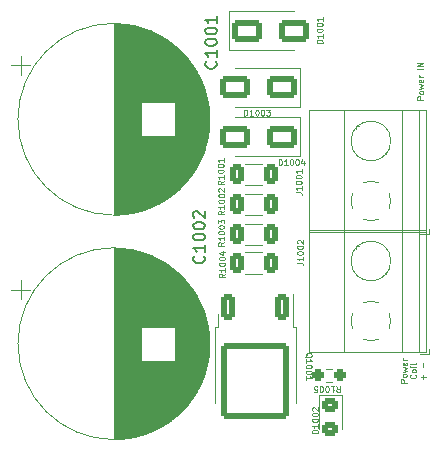
<source format=gbr>
%TF.GenerationSoftware,KiCad,Pcbnew,7.0.7*%
%TF.CreationDate,2023-09-12T13:53:03+02:00*%
%TF.ProjectId,CDU,4344552e-6b69-4636-9164-5f7063625858,rev?*%
%TF.SameCoordinates,Original*%
%TF.FileFunction,Legend,Top*%
%TF.FilePolarity,Positive*%
%FSLAX46Y46*%
G04 Gerber Fmt 4.6, Leading zero omitted, Abs format (unit mm)*
G04 Created by KiCad (PCBNEW 7.0.7) date 2023-09-12 13:53:03*
%MOMM*%
%LPD*%
G01*
G04 APERTURE LIST*
G04 Aperture macros list*
%AMRoundRect*
0 Rectangle with rounded corners*
0 $1 Rounding radius*
0 $2 $3 $4 $5 $6 $7 $8 $9 X,Y pos of 4 corners*
0 Add a 4 corners polygon primitive as box body*
4,1,4,$2,$3,$4,$5,$6,$7,$8,$9,$2,$3,0*
0 Add four circle primitives for the rounded corners*
1,1,$1+$1,$2,$3*
1,1,$1+$1,$4,$5*
1,1,$1+$1,$6,$7*
1,1,$1+$1,$8,$9*
0 Add four rect primitives between the rounded corners*
20,1,$1+$1,$2,$3,$4,$5,0*
20,1,$1+$1,$4,$5,$6,$7,0*
20,1,$1+$1,$6,$7,$8,$9,0*
20,1,$1+$1,$8,$9,$2,$3,0*%
G04 Aperture macros list end*
%ADD10C,0.075000*%
%ADD11C,0.150000*%
%ADD12C,0.120000*%
%ADD13R,2.400000X2.400000*%
%ADD14C,2.400000*%
%ADD15C,3.200000*%
%ADD16RoundRect,0.250000X-1.000000X-0.650000X1.000000X-0.650000X1.000000X0.650000X-1.000000X0.650000X0*%
%ADD17RoundRect,0.250000X-0.450000X0.325000X-0.450000X-0.325000X0.450000X-0.325000X0.450000X0.325000X0*%
%ADD18RoundRect,0.250000X1.000000X0.650000X-1.000000X0.650000X-1.000000X-0.650000X1.000000X-0.650000X0*%
%ADD19RoundRect,0.250000X-0.312500X-0.625000X0.312500X-0.625000X0.312500X0.625000X-0.312500X0.625000X0*%
%ADD20R,2.600000X2.600000*%
%ADD21C,2.600000*%
%ADD22RoundRect,0.250000X-0.350000X0.850000X-0.350000X-0.850000X0.350000X-0.850000X0.350000X0.850000X0*%
%ADD23RoundRect,0.249997X-2.650003X2.950003X-2.650003X-2.950003X2.650003X-2.950003X2.650003X2.950003X0*%
%ADD24RoundRect,0.237500X0.250000X0.237500X-0.250000X0.237500X-0.250000X-0.237500X0.250000X-0.237500X0*%
G04 APERTURE END LIST*
D10*
X115434909Y-59831610D02*
X114934909Y-59831610D01*
X114934909Y-59831610D02*
X114934909Y-59641134D01*
X114934909Y-59641134D02*
X114958719Y-59593515D01*
X114958719Y-59593515D02*
X114982528Y-59569705D01*
X114982528Y-59569705D02*
X115030147Y-59545896D01*
X115030147Y-59545896D02*
X115101576Y-59545896D01*
X115101576Y-59545896D02*
X115149195Y-59569705D01*
X115149195Y-59569705D02*
X115173004Y-59593515D01*
X115173004Y-59593515D02*
X115196814Y-59641134D01*
X115196814Y-59641134D02*
X115196814Y-59831610D01*
X115434909Y-59260181D02*
X115411100Y-59307800D01*
X115411100Y-59307800D02*
X115387290Y-59331610D01*
X115387290Y-59331610D02*
X115339671Y-59355419D01*
X115339671Y-59355419D02*
X115196814Y-59355419D01*
X115196814Y-59355419D02*
X115149195Y-59331610D01*
X115149195Y-59331610D02*
X115125385Y-59307800D01*
X115125385Y-59307800D02*
X115101576Y-59260181D01*
X115101576Y-59260181D02*
X115101576Y-59188753D01*
X115101576Y-59188753D02*
X115125385Y-59141134D01*
X115125385Y-59141134D02*
X115149195Y-59117324D01*
X115149195Y-59117324D02*
X115196814Y-59093515D01*
X115196814Y-59093515D02*
X115339671Y-59093515D01*
X115339671Y-59093515D02*
X115387290Y-59117324D01*
X115387290Y-59117324D02*
X115411100Y-59141134D01*
X115411100Y-59141134D02*
X115434909Y-59188753D01*
X115434909Y-59188753D02*
X115434909Y-59260181D01*
X115101576Y-58926848D02*
X115434909Y-58831610D01*
X115434909Y-58831610D02*
X115196814Y-58736372D01*
X115196814Y-58736372D02*
X115434909Y-58641134D01*
X115434909Y-58641134D02*
X115101576Y-58545896D01*
X115411100Y-58164943D02*
X115434909Y-58212562D01*
X115434909Y-58212562D02*
X115434909Y-58307800D01*
X115434909Y-58307800D02*
X115411100Y-58355419D01*
X115411100Y-58355419D02*
X115363480Y-58379228D01*
X115363480Y-58379228D02*
X115173004Y-58379228D01*
X115173004Y-58379228D02*
X115125385Y-58355419D01*
X115125385Y-58355419D02*
X115101576Y-58307800D01*
X115101576Y-58307800D02*
X115101576Y-58212562D01*
X115101576Y-58212562D02*
X115125385Y-58164943D01*
X115125385Y-58164943D02*
X115173004Y-58141133D01*
X115173004Y-58141133D02*
X115220623Y-58141133D01*
X115220623Y-58141133D02*
X115268242Y-58379228D01*
X115434909Y-57926848D02*
X115101576Y-57926848D01*
X115196814Y-57926848D02*
X115149195Y-57903038D01*
X115149195Y-57903038D02*
X115125385Y-57879229D01*
X115125385Y-57879229D02*
X115101576Y-57831610D01*
X115101576Y-57831610D02*
X115101576Y-57783991D01*
X115434909Y-57236372D02*
X114934909Y-57236372D01*
X115434909Y-56998277D02*
X114934909Y-56998277D01*
X114934909Y-56998277D02*
X115434909Y-56712563D01*
X115434909Y-56712563D02*
X114934909Y-56712563D01*
X114021909Y-83792095D02*
X113521909Y-83792095D01*
X113521909Y-83792095D02*
X113521909Y-83601619D01*
X113521909Y-83601619D02*
X113545719Y-83554000D01*
X113545719Y-83554000D02*
X113569528Y-83530190D01*
X113569528Y-83530190D02*
X113617147Y-83506381D01*
X113617147Y-83506381D02*
X113688576Y-83506381D01*
X113688576Y-83506381D02*
X113736195Y-83530190D01*
X113736195Y-83530190D02*
X113760004Y-83554000D01*
X113760004Y-83554000D02*
X113783814Y-83601619D01*
X113783814Y-83601619D02*
X113783814Y-83792095D01*
X114021909Y-83220666D02*
X113998100Y-83268285D01*
X113998100Y-83268285D02*
X113974290Y-83292095D01*
X113974290Y-83292095D02*
X113926671Y-83315904D01*
X113926671Y-83315904D02*
X113783814Y-83315904D01*
X113783814Y-83315904D02*
X113736195Y-83292095D01*
X113736195Y-83292095D02*
X113712385Y-83268285D01*
X113712385Y-83268285D02*
X113688576Y-83220666D01*
X113688576Y-83220666D02*
X113688576Y-83149238D01*
X113688576Y-83149238D02*
X113712385Y-83101619D01*
X113712385Y-83101619D02*
X113736195Y-83077809D01*
X113736195Y-83077809D02*
X113783814Y-83054000D01*
X113783814Y-83054000D02*
X113926671Y-83054000D01*
X113926671Y-83054000D02*
X113974290Y-83077809D01*
X113974290Y-83077809D02*
X113998100Y-83101619D01*
X113998100Y-83101619D02*
X114021909Y-83149238D01*
X114021909Y-83149238D02*
X114021909Y-83220666D01*
X113688576Y-82887333D02*
X114021909Y-82792095D01*
X114021909Y-82792095D02*
X113783814Y-82696857D01*
X113783814Y-82696857D02*
X114021909Y-82601619D01*
X114021909Y-82601619D02*
X113688576Y-82506381D01*
X113998100Y-82125428D02*
X114021909Y-82173047D01*
X114021909Y-82173047D02*
X114021909Y-82268285D01*
X114021909Y-82268285D02*
X113998100Y-82315904D01*
X113998100Y-82315904D02*
X113950480Y-82339713D01*
X113950480Y-82339713D02*
X113760004Y-82339713D01*
X113760004Y-82339713D02*
X113712385Y-82315904D01*
X113712385Y-82315904D02*
X113688576Y-82268285D01*
X113688576Y-82268285D02*
X113688576Y-82173047D01*
X113688576Y-82173047D02*
X113712385Y-82125428D01*
X113712385Y-82125428D02*
X113760004Y-82101618D01*
X113760004Y-82101618D02*
X113807623Y-82101618D01*
X113807623Y-82101618D02*
X113855242Y-82339713D01*
X114021909Y-81887333D02*
X113688576Y-81887333D01*
X113783814Y-81887333D02*
X113736195Y-81863523D01*
X113736195Y-81863523D02*
X113712385Y-81839714D01*
X113712385Y-81839714D02*
X113688576Y-81792095D01*
X113688576Y-81792095D02*
X113688576Y-81744476D01*
X114779290Y-83125428D02*
X114803100Y-83149237D01*
X114803100Y-83149237D02*
X114826909Y-83220666D01*
X114826909Y-83220666D02*
X114826909Y-83268285D01*
X114826909Y-83268285D02*
X114803100Y-83339713D01*
X114803100Y-83339713D02*
X114755480Y-83387332D01*
X114755480Y-83387332D02*
X114707861Y-83411142D01*
X114707861Y-83411142D02*
X114612623Y-83434951D01*
X114612623Y-83434951D02*
X114541195Y-83434951D01*
X114541195Y-83434951D02*
X114445957Y-83411142D01*
X114445957Y-83411142D02*
X114398338Y-83387332D01*
X114398338Y-83387332D02*
X114350719Y-83339713D01*
X114350719Y-83339713D02*
X114326909Y-83268285D01*
X114326909Y-83268285D02*
X114326909Y-83220666D01*
X114326909Y-83220666D02*
X114350719Y-83149237D01*
X114350719Y-83149237D02*
X114374528Y-83125428D01*
X114826909Y-82839713D02*
X114803100Y-82887332D01*
X114803100Y-82887332D02*
X114779290Y-82911142D01*
X114779290Y-82911142D02*
X114731671Y-82934951D01*
X114731671Y-82934951D02*
X114588814Y-82934951D01*
X114588814Y-82934951D02*
X114541195Y-82911142D01*
X114541195Y-82911142D02*
X114517385Y-82887332D01*
X114517385Y-82887332D02*
X114493576Y-82839713D01*
X114493576Y-82839713D02*
X114493576Y-82768285D01*
X114493576Y-82768285D02*
X114517385Y-82720666D01*
X114517385Y-82720666D02*
X114541195Y-82696856D01*
X114541195Y-82696856D02*
X114588814Y-82673047D01*
X114588814Y-82673047D02*
X114731671Y-82673047D01*
X114731671Y-82673047D02*
X114779290Y-82696856D01*
X114779290Y-82696856D02*
X114803100Y-82720666D01*
X114803100Y-82720666D02*
X114826909Y-82768285D01*
X114826909Y-82768285D02*
X114826909Y-82839713D01*
X114826909Y-82458761D02*
X114493576Y-82458761D01*
X114326909Y-82458761D02*
X114350719Y-82482570D01*
X114350719Y-82482570D02*
X114374528Y-82458761D01*
X114374528Y-82458761D02*
X114350719Y-82434951D01*
X114350719Y-82434951D02*
X114326909Y-82458761D01*
X114326909Y-82458761D02*
X114374528Y-82458761D01*
X114826909Y-82149237D02*
X114803100Y-82196856D01*
X114803100Y-82196856D02*
X114755480Y-82220666D01*
X114755480Y-82220666D02*
X114326909Y-82220666D01*
X115441433Y-83494476D02*
X115441433Y-83113524D01*
X115631909Y-83304000D02*
X115250957Y-83304000D01*
X115441433Y-82494476D02*
X115441433Y-82113524D01*
D11*
X96859580Y-73095238D02*
X96907200Y-73142857D01*
X96907200Y-73142857D02*
X96954819Y-73285714D01*
X96954819Y-73285714D02*
X96954819Y-73380952D01*
X96954819Y-73380952D02*
X96907200Y-73523809D01*
X96907200Y-73523809D02*
X96811961Y-73619047D01*
X96811961Y-73619047D02*
X96716723Y-73666666D01*
X96716723Y-73666666D02*
X96526247Y-73714285D01*
X96526247Y-73714285D02*
X96383390Y-73714285D01*
X96383390Y-73714285D02*
X96192914Y-73666666D01*
X96192914Y-73666666D02*
X96097676Y-73619047D01*
X96097676Y-73619047D02*
X96002438Y-73523809D01*
X96002438Y-73523809D02*
X95954819Y-73380952D01*
X95954819Y-73380952D02*
X95954819Y-73285714D01*
X95954819Y-73285714D02*
X96002438Y-73142857D01*
X96002438Y-73142857D02*
X96050057Y-73095238D01*
X96954819Y-72142857D02*
X96954819Y-72714285D01*
X96954819Y-72428571D02*
X95954819Y-72428571D01*
X95954819Y-72428571D02*
X96097676Y-72523809D01*
X96097676Y-72523809D02*
X96192914Y-72619047D01*
X96192914Y-72619047D02*
X96240533Y-72714285D01*
X95954819Y-71523809D02*
X95954819Y-71428571D01*
X95954819Y-71428571D02*
X96002438Y-71333333D01*
X96002438Y-71333333D02*
X96050057Y-71285714D01*
X96050057Y-71285714D02*
X96145295Y-71238095D01*
X96145295Y-71238095D02*
X96335771Y-71190476D01*
X96335771Y-71190476D02*
X96573866Y-71190476D01*
X96573866Y-71190476D02*
X96764342Y-71238095D01*
X96764342Y-71238095D02*
X96859580Y-71285714D01*
X96859580Y-71285714D02*
X96907200Y-71333333D01*
X96907200Y-71333333D02*
X96954819Y-71428571D01*
X96954819Y-71428571D02*
X96954819Y-71523809D01*
X96954819Y-71523809D02*
X96907200Y-71619047D01*
X96907200Y-71619047D02*
X96859580Y-71666666D01*
X96859580Y-71666666D02*
X96764342Y-71714285D01*
X96764342Y-71714285D02*
X96573866Y-71761904D01*
X96573866Y-71761904D02*
X96335771Y-71761904D01*
X96335771Y-71761904D02*
X96145295Y-71714285D01*
X96145295Y-71714285D02*
X96050057Y-71666666D01*
X96050057Y-71666666D02*
X96002438Y-71619047D01*
X96002438Y-71619047D02*
X95954819Y-71523809D01*
X95954819Y-70571428D02*
X95954819Y-70476190D01*
X95954819Y-70476190D02*
X96002438Y-70380952D01*
X96002438Y-70380952D02*
X96050057Y-70333333D01*
X96050057Y-70333333D02*
X96145295Y-70285714D01*
X96145295Y-70285714D02*
X96335771Y-70238095D01*
X96335771Y-70238095D02*
X96573866Y-70238095D01*
X96573866Y-70238095D02*
X96764342Y-70285714D01*
X96764342Y-70285714D02*
X96859580Y-70333333D01*
X96859580Y-70333333D02*
X96907200Y-70380952D01*
X96907200Y-70380952D02*
X96954819Y-70476190D01*
X96954819Y-70476190D02*
X96954819Y-70571428D01*
X96954819Y-70571428D02*
X96907200Y-70666666D01*
X96907200Y-70666666D02*
X96859580Y-70714285D01*
X96859580Y-70714285D02*
X96764342Y-70761904D01*
X96764342Y-70761904D02*
X96573866Y-70809523D01*
X96573866Y-70809523D02*
X96335771Y-70809523D01*
X96335771Y-70809523D02*
X96145295Y-70761904D01*
X96145295Y-70761904D02*
X96050057Y-70714285D01*
X96050057Y-70714285D02*
X96002438Y-70666666D01*
X96002438Y-70666666D02*
X95954819Y-70571428D01*
X96050057Y-69857142D02*
X96002438Y-69809523D01*
X96002438Y-69809523D02*
X95954819Y-69714285D01*
X95954819Y-69714285D02*
X95954819Y-69476190D01*
X95954819Y-69476190D02*
X96002438Y-69380952D01*
X96002438Y-69380952D02*
X96050057Y-69333333D01*
X96050057Y-69333333D02*
X96145295Y-69285714D01*
X96145295Y-69285714D02*
X96240533Y-69285714D01*
X96240533Y-69285714D02*
X96383390Y-69333333D01*
X96383390Y-69333333D02*
X96954819Y-69904761D01*
X96954819Y-69904761D02*
X96954819Y-69285714D01*
X97859580Y-56595238D02*
X97907200Y-56642857D01*
X97907200Y-56642857D02*
X97954819Y-56785714D01*
X97954819Y-56785714D02*
X97954819Y-56880952D01*
X97954819Y-56880952D02*
X97907200Y-57023809D01*
X97907200Y-57023809D02*
X97811961Y-57119047D01*
X97811961Y-57119047D02*
X97716723Y-57166666D01*
X97716723Y-57166666D02*
X97526247Y-57214285D01*
X97526247Y-57214285D02*
X97383390Y-57214285D01*
X97383390Y-57214285D02*
X97192914Y-57166666D01*
X97192914Y-57166666D02*
X97097676Y-57119047D01*
X97097676Y-57119047D02*
X97002438Y-57023809D01*
X97002438Y-57023809D02*
X96954819Y-56880952D01*
X96954819Y-56880952D02*
X96954819Y-56785714D01*
X96954819Y-56785714D02*
X97002438Y-56642857D01*
X97002438Y-56642857D02*
X97050057Y-56595238D01*
X97954819Y-55642857D02*
X97954819Y-56214285D01*
X97954819Y-55928571D02*
X96954819Y-55928571D01*
X96954819Y-55928571D02*
X97097676Y-56023809D01*
X97097676Y-56023809D02*
X97192914Y-56119047D01*
X97192914Y-56119047D02*
X97240533Y-56214285D01*
X96954819Y-55023809D02*
X96954819Y-54928571D01*
X96954819Y-54928571D02*
X97002438Y-54833333D01*
X97002438Y-54833333D02*
X97050057Y-54785714D01*
X97050057Y-54785714D02*
X97145295Y-54738095D01*
X97145295Y-54738095D02*
X97335771Y-54690476D01*
X97335771Y-54690476D02*
X97573866Y-54690476D01*
X97573866Y-54690476D02*
X97764342Y-54738095D01*
X97764342Y-54738095D02*
X97859580Y-54785714D01*
X97859580Y-54785714D02*
X97907200Y-54833333D01*
X97907200Y-54833333D02*
X97954819Y-54928571D01*
X97954819Y-54928571D02*
X97954819Y-55023809D01*
X97954819Y-55023809D02*
X97907200Y-55119047D01*
X97907200Y-55119047D02*
X97859580Y-55166666D01*
X97859580Y-55166666D02*
X97764342Y-55214285D01*
X97764342Y-55214285D02*
X97573866Y-55261904D01*
X97573866Y-55261904D02*
X97335771Y-55261904D01*
X97335771Y-55261904D02*
X97145295Y-55214285D01*
X97145295Y-55214285D02*
X97050057Y-55166666D01*
X97050057Y-55166666D02*
X97002438Y-55119047D01*
X97002438Y-55119047D02*
X96954819Y-55023809D01*
X96954819Y-54071428D02*
X96954819Y-53976190D01*
X96954819Y-53976190D02*
X97002438Y-53880952D01*
X97002438Y-53880952D02*
X97050057Y-53833333D01*
X97050057Y-53833333D02*
X97145295Y-53785714D01*
X97145295Y-53785714D02*
X97335771Y-53738095D01*
X97335771Y-53738095D02*
X97573866Y-53738095D01*
X97573866Y-53738095D02*
X97764342Y-53785714D01*
X97764342Y-53785714D02*
X97859580Y-53833333D01*
X97859580Y-53833333D02*
X97907200Y-53880952D01*
X97907200Y-53880952D02*
X97954819Y-53976190D01*
X97954819Y-53976190D02*
X97954819Y-54071428D01*
X97954819Y-54071428D02*
X97907200Y-54166666D01*
X97907200Y-54166666D02*
X97859580Y-54214285D01*
X97859580Y-54214285D02*
X97764342Y-54261904D01*
X97764342Y-54261904D02*
X97573866Y-54309523D01*
X97573866Y-54309523D02*
X97335771Y-54309523D01*
X97335771Y-54309523D02*
X97145295Y-54261904D01*
X97145295Y-54261904D02*
X97050057Y-54214285D01*
X97050057Y-54214285D02*
X97002438Y-54166666D01*
X97002438Y-54166666D02*
X96954819Y-54071428D01*
X97954819Y-52785714D02*
X97954819Y-53357142D01*
X97954819Y-53071428D02*
X96954819Y-53071428D01*
X96954819Y-53071428D02*
X97097676Y-53166666D01*
X97097676Y-53166666D02*
X97192914Y-53261904D01*
X97192914Y-53261904D02*
X97240533Y-53357142D01*
D10*
X106907409Y-55058332D02*
X106407409Y-55058332D01*
X106407409Y-55058332D02*
X106407409Y-54939284D01*
X106407409Y-54939284D02*
X106431219Y-54867856D01*
X106431219Y-54867856D02*
X106478838Y-54820237D01*
X106478838Y-54820237D02*
X106526457Y-54796427D01*
X106526457Y-54796427D02*
X106621695Y-54772618D01*
X106621695Y-54772618D02*
X106693123Y-54772618D01*
X106693123Y-54772618D02*
X106788361Y-54796427D01*
X106788361Y-54796427D02*
X106835980Y-54820237D01*
X106835980Y-54820237D02*
X106883600Y-54867856D01*
X106883600Y-54867856D02*
X106907409Y-54939284D01*
X106907409Y-54939284D02*
X106907409Y-55058332D01*
X106907409Y-54296427D02*
X106907409Y-54582141D01*
X106907409Y-54439284D02*
X106407409Y-54439284D01*
X106407409Y-54439284D02*
X106478838Y-54486903D01*
X106478838Y-54486903D02*
X106526457Y-54534522D01*
X106526457Y-54534522D02*
X106550266Y-54582141D01*
X106407409Y-53986904D02*
X106407409Y-53939285D01*
X106407409Y-53939285D02*
X106431219Y-53891666D01*
X106431219Y-53891666D02*
X106455028Y-53867856D01*
X106455028Y-53867856D02*
X106502647Y-53844047D01*
X106502647Y-53844047D02*
X106597885Y-53820237D01*
X106597885Y-53820237D02*
X106716933Y-53820237D01*
X106716933Y-53820237D02*
X106812171Y-53844047D01*
X106812171Y-53844047D02*
X106859790Y-53867856D01*
X106859790Y-53867856D02*
X106883600Y-53891666D01*
X106883600Y-53891666D02*
X106907409Y-53939285D01*
X106907409Y-53939285D02*
X106907409Y-53986904D01*
X106907409Y-53986904D02*
X106883600Y-54034523D01*
X106883600Y-54034523D02*
X106859790Y-54058332D01*
X106859790Y-54058332D02*
X106812171Y-54082142D01*
X106812171Y-54082142D02*
X106716933Y-54105951D01*
X106716933Y-54105951D02*
X106597885Y-54105951D01*
X106597885Y-54105951D02*
X106502647Y-54082142D01*
X106502647Y-54082142D02*
X106455028Y-54058332D01*
X106455028Y-54058332D02*
X106431219Y-54034523D01*
X106431219Y-54034523D02*
X106407409Y-53986904D01*
X106407409Y-53510714D02*
X106407409Y-53463095D01*
X106407409Y-53463095D02*
X106431219Y-53415476D01*
X106431219Y-53415476D02*
X106455028Y-53391666D01*
X106455028Y-53391666D02*
X106502647Y-53367857D01*
X106502647Y-53367857D02*
X106597885Y-53344047D01*
X106597885Y-53344047D02*
X106716933Y-53344047D01*
X106716933Y-53344047D02*
X106812171Y-53367857D01*
X106812171Y-53367857D02*
X106859790Y-53391666D01*
X106859790Y-53391666D02*
X106883600Y-53415476D01*
X106883600Y-53415476D02*
X106907409Y-53463095D01*
X106907409Y-53463095D02*
X106907409Y-53510714D01*
X106907409Y-53510714D02*
X106883600Y-53558333D01*
X106883600Y-53558333D02*
X106859790Y-53582142D01*
X106859790Y-53582142D02*
X106812171Y-53605952D01*
X106812171Y-53605952D02*
X106716933Y-53629761D01*
X106716933Y-53629761D02*
X106597885Y-53629761D01*
X106597885Y-53629761D02*
X106502647Y-53605952D01*
X106502647Y-53605952D02*
X106455028Y-53582142D01*
X106455028Y-53582142D02*
X106431219Y-53558333D01*
X106431219Y-53558333D02*
X106407409Y-53510714D01*
X106907409Y-52867857D02*
X106907409Y-53153571D01*
X106907409Y-53010714D02*
X106407409Y-53010714D01*
X106407409Y-53010714D02*
X106478838Y-53058333D01*
X106478838Y-53058333D02*
X106526457Y-53105952D01*
X106526457Y-53105952D02*
X106550266Y-53153571D01*
X106526409Y-88078332D02*
X106026409Y-88078332D01*
X106026409Y-88078332D02*
X106026409Y-87959284D01*
X106026409Y-87959284D02*
X106050219Y-87887856D01*
X106050219Y-87887856D02*
X106097838Y-87840237D01*
X106097838Y-87840237D02*
X106145457Y-87816427D01*
X106145457Y-87816427D02*
X106240695Y-87792618D01*
X106240695Y-87792618D02*
X106312123Y-87792618D01*
X106312123Y-87792618D02*
X106407361Y-87816427D01*
X106407361Y-87816427D02*
X106454980Y-87840237D01*
X106454980Y-87840237D02*
X106502600Y-87887856D01*
X106502600Y-87887856D02*
X106526409Y-87959284D01*
X106526409Y-87959284D02*
X106526409Y-88078332D01*
X106526409Y-87316427D02*
X106526409Y-87602141D01*
X106526409Y-87459284D02*
X106026409Y-87459284D01*
X106026409Y-87459284D02*
X106097838Y-87506903D01*
X106097838Y-87506903D02*
X106145457Y-87554522D01*
X106145457Y-87554522D02*
X106169266Y-87602141D01*
X106026409Y-87006904D02*
X106026409Y-86959285D01*
X106026409Y-86959285D02*
X106050219Y-86911666D01*
X106050219Y-86911666D02*
X106074028Y-86887856D01*
X106074028Y-86887856D02*
X106121647Y-86864047D01*
X106121647Y-86864047D02*
X106216885Y-86840237D01*
X106216885Y-86840237D02*
X106335933Y-86840237D01*
X106335933Y-86840237D02*
X106431171Y-86864047D01*
X106431171Y-86864047D02*
X106478790Y-86887856D01*
X106478790Y-86887856D02*
X106502600Y-86911666D01*
X106502600Y-86911666D02*
X106526409Y-86959285D01*
X106526409Y-86959285D02*
X106526409Y-87006904D01*
X106526409Y-87006904D02*
X106502600Y-87054523D01*
X106502600Y-87054523D02*
X106478790Y-87078332D01*
X106478790Y-87078332D02*
X106431171Y-87102142D01*
X106431171Y-87102142D02*
X106335933Y-87125951D01*
X106335933Y-87125951D02*
X106216885Y-87125951D01*
X106216885Y-87125951D02*
X106121647Y-87102142D01*
X106121647Y-87102142D02*
X106074028Y-87078332D01*
X106074028Y-87078332D02*
X106050219Y-87054523D01*
X106050219Y-87054523D02*
X106026409Y-87006904D01*
X106026409Y-86530714D02*
X106026409Y-86483095D01*
X106026409Y-86483095D02*
X106050219Y-86435476D01*
X106050219Y-86435476D02*
X106074028Y-86411666D01*
X106074028Y-86411666D02*
X106121647Y-86387857D01*
X106121647Y-86387857D02*
X106216885Y-86364047D01*
X106216885Y-86364047D02*
X106335933Y-86364047D01*
X106335933Y-86364047D02*
X106431171Y-86387857D01*
X106431171Y-86387857D02*
X106478790Y-86411666D01*
X106478790Y-86411666D02*
X106502600Y-86435476D01*
X106502600Y-86435476D02*
X106526409Y-86483095D01*
X106526409Y-86483095D02*
X106526409Y-86530714D01*
X106526409Y-86530714D02*
X106502600Y-86578333D01*
X106502600Y-86578333D02*
X106478790Y-86602142D01*
X106478790Y-86602142D02*
X106431171Y-86625952D01*
X106431171Y-86625952D02*
X106335933Y-86649761D01*
X106335933Y-86649761D02*
X106216885Y-86649761D01*
X106216885Y-86649761D02*
X106121647Y-86625952D01*
X106121647Y-86625952D02*
X106074028Y-86602142D01*
X106074028Y-86602142D02*
X106050219Y-86578333D01*
X106050219Y-86578333D02*
X106026409Y-86530714D01*
X106074028Y-86173571D02*
X106050219Y-86149762D01*
X106050219Y-86149762D02*
X106026409Y-86102143D01*
X106026409Y-86102143D02*
X106026409Y-85983095D01*
X106026409Y-85983095D02*
X106050219Y-85935476D01*
X106050219Y-85935476D02*
X106074028Y-85911667D01*
X106074028Y-85911667D02*
X106121647Y-85887857D01*
X106121647Y-85887857D02*
X106169266Y-85887857D01*
X106169266Y-85887857D02*
X106240695Y-85911667D01*
X106240695Y-85911667D02*
X106526409Y-86197381D01*
X106526409Y-86197381D02*
X106526409Y-85887857D01*
X103183667Y-65378409D02*
X103183667Y-64878409D01*
X103183667Y-64878409D02*
X103302715Y-64878409D01*
X103302715Y-64878409D02*
X103374143Y-64902219D01*
X103374143Y-64902219D02*
X103421762Y-64949838D01*
X103421762Y-64949838D02*
X103445572Y-64997457D01*
X103445572Y-64997457D02*
X103469381Y-65092695D01*
X103469381Y-65092695D02*
X103469381Y-65164123D01*
X103469381Y-65164123D02*
X103445572Y-65259361D01*
X103445572Y-65259361D02*
X103421762Y-65306980D01*
X103421762Y-65306980D02*
X103374143Y-65354600D01*
X103374143Y-65354600D02*
X103302715Y-65378409D01*
X103302715Y-65378409D02*
X103183667Y-65378409D01*
X103945572Y-65378409D02*
X103659858Y-65378409D01*
X103802715Y-65378409D02*
X103802715Y-64878409D01*
X103802715Y-64878409D02*
X103755096Y-64949838D01*
X103755096Y-64949838D02*
X103707477Y-64997457D01*
X103707477Y-64997457D02*
X103659858Y-65021266D01*
X104255095Y-64878409D02*
X104302714Y-64878409D01*
X104302714Y-64878409D02*
X104350333Y-64902219D01*
X104350333Y-64902219D02*
X104374143Y-64926028D01*
X104374143Y-64926028D02*
X104397952Y-64973647D01*
X104397952Y-64973647D02*
X104421762Y-65068885D01*
X104421762Y-65068885D02*
X104421762Y-65187933D01*
X104421762Y-65187933D02*
X104397952Y-65283171D01*
X104397952Y-65283171D02*
X104374143Y-65330790D01*
X104374143Y-65330790D02*
X104350333Y-65354600D01*
X104350333Y-65354600D02*
X104302714Y-65378409D01*
X104302714Y-65378409D02*
X104255095Y-65378409D01*
X104255095Y-65378409D02*
X104207476Y-65354600D01*
X104207476Y-65354600D02*
X104183667Y-65330790D01*
X104183667Y-65330790D02*
X104159857Y-65283171D01*
X104159857Y-65283171D02*
X104136048Y-65187933D01*
X104136048Y-65187933D02*
X104136048Y-65068885D01*
X104136048Y-65068885D02*
X104159857Y-64973647D01*
X104159857Y-64973647D02*
X104183667Y-64926028D01*
X104183667Y-64926028D02*
X104207476Y-64902219D01*
X104207476Y-64902219D02*
X104255095Y-64878409D01*
X104731285Y-64878409D02*
X104778904Y-64878409D01*
X104778904Y-64878409D02*
X104826523Y-64902219D01*
X104826523Y-64902219D02*
X104850333Y-64926028D01*
X104850333Y-64926028D02*
X104874142Y-64973647D01*
X104874142Y-64973647D02*
X104897952Y-65068885D01*
X104897952Y-65068885D02*
X104897952Y-65187933D01*
X104897952Y-65187933D02*
X104874142Y-65283171D01*
X104874142Y-65283171D02*
X104850333Y-65330790D01*
X104850333Y-65330790D02*
X104826523Y-65354600D01*
X104826523Y-65354600D02*
X104778904Y-65378409D01*
X104778904Y-65378409D02*
X104731285Y-65378409D01*
X104731285Y-65378409D02*
X104683666Y-65354600D01*
X104683666Y-65354600D02*
X104659857Y-65330790D01*
X104659857Y-65330790D02*
X104636047Y-65283171D01*
X104636047Y-65283171D02*
X104612238Y-65187933D01*
X104612238Y-65187933D02*
X104612238Y-65068885D01*
X104612238Y-65068885D02*
X104636047Y-64973647D01*
X104636047Y-64973647D02*
X104659857Y-64926028D01*
X104659857Y-64926028D02*
X104683666Y-64902219D01*
X104683666Y-64902219D02*
X104731285Y-64878409D01*
X105326523Y-65045076D02*
X105326523Y-65378409D01*
X105207475Y-64854600D02*
X105088428Y-65211742D01*
X105088428Y-65211742D02*
X105397951Y-65211742D01*
X98525409Y-66710618D02*
X98287314Y-66877284D01*
X98525409Y-66996332D02*
X98025409Y-66996332D01*
X98025409Y-66996332D02*
X98025409Y-66805856D01*
X98025409Y-66805856D02*
X98049219Y-66758237D01*
X98049219Y-66758237D02*
X98073028Y-66734427D01*
X98073028Y-66734427D02*
X98120647Y-66710618D01*
X98120647Y-66710618D02*
X98192076Y-66710618D01*
X98192076Y-66710618D02*
X98239695Y-66734427D01*
X98239695Y-66734427D02*
X98263504Y-66758237D01*
X98263504Y-66758237D02*
X98287314Y-66805856D01*
X98287314Y-66805856D02*
X98287314Y-66996332D01*
X98525409Y-66234427D02*
X98525409Y-66520141D01*
X98525409Y-66377284D02*
X98025409Y-66377284D01*
X98025409Y-66377284D02*
X98096838Y-66424903D01*
X98096838Y-66424903D02*
X98144457Y-66472522D01*
X98144457Y-66472522D02*
X98168266Y-66520141D01*
X98025409Y-65924904D02*
X98025409Y-65877285D01*
X98025409Y-65877285D02*
X98049219Y-65829666D01*
X98049219Y-65829666D02*
X98073028Y-65805856D01*
X98073028Y-65805856D02*
X98120647Y-65782047D01*
X98120647Y-65782047D02*
X98215885Y-65758237D01*
X98215885Y-65758237D02*
X98334933Y-65758237D01*
X98334933Y-65758237D02*
X98430171Y-65782047D01*
X98430171Y-65782047D02*
X98477790Y-65805856D01*
X98477790Y-65805856D02*
X98501600Y-65829666D01*
X98501600Y-65829666D02*
X98525409Y-65877285D01*
X98525409Y-65877285D02*
X98525409Y-65924904D01*
X98525409Y-65924904D02*
X98501600Y-65972523D01*
X98501600Y-65972523D02*
X98477790Y-65996332D01*
X98477790Y-65996332D02*
X98430171Y-66020142D01*
X98430171Y-66020142D02*
X98334933Y-66043951D01*
X98334933Y-66043951D02*
X98215885Y-66043951D01*
X98215885Y-66043951D02*
X98120647Y-66020142D01*
X98120647Y-66020142D02*
X98073028Y-65996332D01*
X98073028Y-65996332D02*
X98049219Y-65972523D01*
X98049219Y-65972523D02*
X98025409Y-65924904D01*
X98025409Y-65448714D02*
X98025409Y-65401095D01*
X98025409Y-65401095D02*
X98049219Y-65353476D01*
X98049219Y-65353476D02*
X98073028Y-65329666D01*
X98073028Y-65329666D02*
X98120647Y-65305857D01*
X98120647Y-65305857D02*
X98215885Y-65282047D01*
X98215885Y-65282047D02*
X98334933Y-65282047D01*
X98334933Y-65282047D02*
X98430171Y-65305857D01*
X98430171Y-65305857D02*
X98477790Y-65329666D01*
X98477790Y-65329666D02*
X98501600Y-65353476D01*
X98501600Y-65353476D02*
X98525409Y-65401095D01*
X98525409Y-65401095D02*
X98525409Y-65448714D01*
X98525409Y-65448714D02*
X98501600Y-65496333D01*
X98501600Y-65496333D02*
X98477790Y-65520142D01*
X98477790Y-65520142D02*
X98430171Y-65543952D01*
X98430171Y-65543952D02*
X98334933Y-65567761D01*
X98334933Y-65567761D02*
X98215885Y-65567761D01*
X98215885Y-65567761D02*
X98120647Y-65543952D01*
X98120647Y-65543952D02*
X98073028Y-65520142D01*
X98073028Y-65520142D02*
X98049219Y-65496333D01*
X98049219Y-65496333D02*
X98025409Y-65448714D01*
X98525409Y-64805857D02*
X98525409Y-65091571D01*
X98525409Y-64948714D02*
X98025409Y-64948714D01*
X98025409Y-64948714D02*
X98096838Y-64996333D01*
X98096838Y-64996333D02*
X98144457Y-65043952D01*
X98144457Y-65043952D02*
X98168266Y-65091571D01*
X98652409Y-74584618D02*
X98414314Y-74751284D01*
X98652409Y-74870332D02*
X98152409Y-74870332D01*
X98152409Y-74870332D02*
X98152409Y-74679856D01*
X98152409Y-74679856D02*
X98176219Y-74632237D01*
X98176219Y-74632237D02*
X98200028Y-74608427D01*
X98200028Y-74608427D02*
X98247647Y-74584618D01*
X98247647Y-74584618D02*
X98319076Y-74584618D01*
X98319076Y-74584618D02*
X98366695Y-74608427D01*
X98366695Y-74608427D02*
X98390504Y-74632237D01*
X98390504Y-74632237D02*
X98414314Y-74679856D01*
X98414314Y-74679856D02*
X98414314Y-74870332D01*
X98652409Y-74108427D02*
X98652409Y-74394141D01*
X98652409Y-74251284D02*
X98152409Y-74251284D01*
X98152409Y-74251284D02*
X98223838Y-74298903D01*
X98223838Y-74298903D02*
X98271457Y-74346522D01*
X98271457Y-74346522D02*
X98295266Y-74394141D01*
X98152409Y-73798904D02*
X98152409Y-73751285D01*
X98152409Y-73751285D02*
X98176219Y-73703666D01*
X98176219Y-73703666D02*
X98200028Y-73679856D01*
X98200028Y-73679856D02*
X98247647Y-73656047D01*
X98247647Y-73656047D02*
X98342885Y-73632237D01*
X98342885Y-73632237D02*
X98461933Y-73632237D01*
X98461933Y-73632237D02*
X98557171Y-73656047D01*
X98557171Y-73656047D02*
X98604790Y-73679856D01*
X98604790Y-73679856D02*
X98628600Y-73703666D01*
X98628600Y-73703666D02*
X98652409Y-73751285D01*
X98652409Y-73751285D02*
X98652409Y-73798904D01*
X98652409Y-73798904D02*
X98628600Y-73846523D01*
X98628600Y-73846523D02*
X98604790Y-73870332D01*
X98604790Y-73870332D02*
X98557171Y-73894142D01*
X98557171Y-73894142D02*
X98461933Y-73917951D01*
X98461933Y-73917951D02*
X98342885Y-73917951D01*
X98342885Y-73917951D02*
X98247647Y-73894142D01*
X98247647Y-73894142D02*
X98200028Y-73870332D01*
X98200028Y-73870332D02*
X98176219Y-73846523D01*
X98176219Y-73846523D02*
X98152409Y-73798904D01*
X98152409Y-73322714D02*
X98152409Y-73275095D01*
X98152409Y-73275095D02*
X98176219Y-73227476D01*
X98176219Y-73227476D02*
X98200028Y-73203666D01*
X98200028Y-73203666D02*
X98247647Y-73179857D01*
X98247647Y-73179857D02*
X98342885Y-73156047D01*
X98342885Y-73156047D02*
X98461933Y-73156047D01*
X98461933Y-73156047D02*
X98557171Y-73179857D01*
X98557171Y-73179857D02*
X98604790Y-73203666D01*
X98604790Y-73203666D02*
X98628600Y-73227476D01*
X98628600Y-73227476D02*
X98652409Y-73275095D01*
X98652409Y-73275095D02*
X98652409Y-73322714D01*
X98652409Y-73322714D02*
X98628600Y-73370333D01*
X98628600Y-73370333D02*
X98604790Y-73394142D01*
X98604790Y-73394142D02*
X98557171Y-73417952D01*
X98557171Y-73417952D02*
X98461933Y-73441761D01*
X98461933Y-73441761D02*
X98342885Y-73441761D01*
X98342885Y-73441761D02*
X98247647Y-73417952D01*
X98247647Y-73417952D02*
X98200028Y-73394142D01*
X98200028Y-73394142D02*
X98176219Y-73370333D01*
X98176219Y-73370333D02*
X98152409Y-73322714D01*
X98319076Y-72727476D02*
X98652409Y-72727476D01*
X98128600Y-72846524D02*
X98485742Y-72965571D01*
X98485742Y-72965571D02*
X98485742Y-72656048D01*
X104756409Y-73651951D02*
X105113552Y-73651951D01*
X105113552Y-73651951D02*
X105184980Y-73675760D01*
X105184980Y-73675760D02*
X105232600Y-73723379D01*
X105232600Y-73723379D02*
X105256409Y-73794808D01*
X105256409Y-73794808D02*
X105256409Y-73842427D01*
X105256409Y-73151951D02*
X105256409Y-73437665D01*
X105256409Y-73294808D02*
X104756409Y-73294808D01*
X104756409Y-73294808D02*
X104827838Y-73342427D01*
X104827838Y-73342427D02*
X104875457Y-73390046D01*
X104875457Y-73390046D02*
X104899266Y-73437665D01*
X104756409Y-72842428D02*
X104756409Y-72794809D01*
X104756409Y-72794809D02*
X104780219Y-72747190D01*
X104780219Y-72747190D02*
X104804028Y-72723380D01*
X104804028Y-72723380D02*
X104851647Y-72699571D01*
X104851647Y-72699571D02*
X104946885Y-72675761D01*
X104946885Y-72675761D02*
X105065933Y-72675761D01*
X105065933Y-72675761D02*
X105161171Y-72699571D01*
X105161171Y-72699571D02*
X105208790Y-72723380D01*
X105208790Y-72723380D02*
X105232600Y-72747190D01*
X105232600Y-72747190D02*
X105256409Y-72794809D01*
X105256409Y-72794809D02*
X105256409Y-72842428D01*
X105256409Y-72842428D02*
X105232600Y-72890047D01*
X105232600Y-72890047D02*
X105208790Y-72913856D01*
X105208790Y-72913856D02*
X105161171Y-72937666D01*
X105161171Y-72937666D02*
X105065933Y-72961475D01*
X105065933Y-72961475D02*
X104946885Y-72961475D01*
X104946885Y-72961475D02*
X104851647Y-72937666D01*
X104851647Y-72937666D02*
X104804028Y-72913856D01*
X104804028Y-72913856D02*
X104780219Y-72890047D01*
X104780219Y-72890047D02*
X104756409Y-72842428D01*
X104756409Y-72366238D02*
X104756409Y-72318619D01*
X104756409Y-72318619D02*
X104780219Y-72271000D01*
X104780219Y-72271000D02*
X104804028Y-72247190D01*
X104804028Y-72247190D02*
X104851647Y-72223381D01*
X104851647Y-72223381D02*
X104946885Y-72199571D01*
X104946885Y-72199571D02*
X105065933Y-72199571D01*
X105065933Y-72199571D02*
X105161171Y-72223381D01*
X105161171Y-72223381D02*
X105208790Y-72247190D01*
X105208790Y-72247190D02*
X105232600Y-72271000D01*
X105232600Y-72271000D02*
X105256409Y-72318619D01*
X105256409Y-72318619D02*
X105256409Y-72366238D01*
X105256409Y-72366238D02*
X105232600Y-72413857D01*
X105232600Y-72413857D02*
X105208790Y-72437666D01*
X105208790Y-72437666D02*
X105161171Y-72461476D01*
X105161171Y-72461476D02*
X105065933Y-72485285D01*
X105065933Y-72485285D02*
X104946885Y-72485285D01*
X104946885Y-72485285D02*
X104851647Y-72461476D01*
X104851647Y-72461476D02*
X104804028Y-72437666D01*
X104804028Y-72437666D02*
X104780219Y-72413857D01*
X104780219Y-72413857D02*
X104756409Y-72366238D01*
X104804028Y-72009095D02*
X104780219Y-71985286D01*
X104780219Y-71985286D02*
X104756409Y-71937667D01*
X104756409Y-71937667D02*
X104756409Y-71818619D01*
X104756409Y-71818619D02*
X104780219Y-71771000D01*
X104780219Y-71771000D02*
X104804028Y-71747191D01*
X104804028Y-71747191D02*
X104851647Y-71723381D01*
X104851647Y-71723381D02*
X104899266Y-71723381D01*
X104899266Y-71723381D02*
X104970695Y-71747191D01*
X104970695Y-71747191D02*
X105256409Y-72032905D01*
X105256409Y-72032905D02*
X105256409Y-71723381D01*
X98581409Y-71917618D02*
X98343314Y-72084284D01*
X98581409Y-72203332D02*
X98081409Y-72203332D01*
X98081409Y-72203332D02*
X98081409Y-72012856D01*
X98081409Y-72012856D02*
X98105219Y-71965237D01*
X98105219Y-71965237D02*
X98129028Y-71941427D01*
X98129028Y-71941427D02*
X98176647Y-71917618D01*
X98176647Y-71917618D02*
X98248076Y-71917618D01*
X98248076Y-71917618D02*
X98295695Y-71941427D01*
X98295695Y-71941427D02*
X98319504Y-71965237D01*
X98319504Y-71965237D02*
X98343314Y-72012856D01*
X98343314Y-72012856D02*
X98343314Y-72203332D01*
X98581409Y-71441427D02*
X98581409Y-71727141D01*
X98581409Y-71584284D02*
X98081409Y-71584284D01*
X98081409Y-71584284D02*
X98152838Y-71631903D01*
X98152838Y-71631903D02*
X98200457Y-71679522D01*
X98200457Y-71679522D02*
X98224266Y-71727141D01*
X98081409Y-71131904D02*
X98081409Y-71084285D01*
X98081409Y-71084285D02*
X98105219Y-71036666D01*
X98105219Y-71036666D02*
X98129028Y-71012856D01*
X98129028Y-71012856D02*
X98176647Y-70989047D01*
X98176647Y-70989047D02*
X98271885Y-70965237D01*
X98271885Y-70965237D02*
X98390933Y-70965237D01*
X98390933Y-70965237D02*
X98486171Y-70989047D01*
X98486171Y-70989047D02*
X98533790Y-71012856D01*
X98533790Y-71012856D02*
X98557600Y-71036666D01*
X98557600Y-71036666D02*
X98581409Y-71084285D01*
X98581409Y-71084285D02*
X98581409Y-71131904D01*
X98581409Y-71131904D02*
X98557600Y-71179523D01*
X98557600Y-71179523D02*
X98533790Y-71203332D01*
X98533790Y-71203332D02*
X98486171Y-71227142D01*
X98486171Y-71227142D02*
X98390933Y-71250951D01*
X98390933Y-71250951D02*
X98271885Y-71250951D01*
X98271885Y-71250951D02*
X98176647Y-71227142D01*
X98176647Y-71227142D02*
X98129028Y-71203332D01*
X98129028Y-71203332D02*
X98105219Y-71179523D01*
X98105219Y-71179523D02*
X98081409Y-71131904D01*
X98081409Y-70655714D02*
X98081409Y-70608095D01*
X98081409Y-70608095D02*
X98105219Y-70560476D01*
X98105219Y-70560476D02*
X98129028Y-70536666D01*
X98129028Y-70536666D02*
X98176647Y-70512857D01*
X98176647Y-70512857D02*
X98271885Y-70489047D01*
X98271885Y-70489047D02*
X98390933Y-70489047D01*
X98390933Y-70489047D02*
X98486171Y-70512857D01*
X98486171Y-70512857D02*
X98533790Y-70536666D01*
X98533790Y-70536666D02*
X98557600Y-70560476D01*
X98557600Y-70560476D02*
X98581409Y-70608095D01*
X98581409Y-70608095D02*
X98581409Y-70655714D01*
X98581409Y-70655714D02*
X98557600Y-70703333D01*
X98557600Y-70703333D02*
X98533790Y-70727142D01*
X98533790Y-70727142D02*
X98486171Y-70750952D01*
X98486171Y-70750952D02*
X98390933Y-70774761D01*
X98390933Y-70774761D02*
X98271885Y-70774761D01*
X98271885Y-70774761D02*
X98176647Y-70750952D01*
X98176647Y-70750952D02*
X98129028Y-70727142D01*
X98129028Y-70727142D02*
X98105219Y-70703333D01*
X98105219Y-70703333D02*
X98081409Y-70655714D01*
X98081409Y-70322381D02*
X98081409Y-70012857D01*
X98081409Y-70012857D02*
X98271885Y-70179524D01*
X98271885Y-70179524D02*
X98271885Y-70108095D01*
X98271885Y-70108095D02*
X98295695Y-70060476D01*
X98295695Y-70060476D02*
X98319504Y-70036667D01*
X98319504Y-70036667D02*
X98367123Y-70012857D01*
X98367123Y-70012857D02*
X98486171Y-70012857D01*
X98486171Y-70012857D02*
X98533790Y-70036667D01*
X98533790Y-70036667D02*
X98557600Y-70060476D01*
X98557600Y-70060476D02*
X98581409Y-70108095D01*
X98581409Y-70108095D02*
X98581409Y-70250952D01*
X98581409Y-70250952D02*
X98557600Y-70298571D01*
X98557600Y-70298571D02*
X98533790Y-70322381D01*
X98581409Y-69250618D02*
X98343314Y-69417284D01*
X98581409Y-69536332D02*
X98081409Y-69536332D01*
X98081409Y-69536332D02*
X98081409Y-69345856D01*
X98081409Y-69345856D02*
X98105219Y-69298237D01*
X98105219Y-69298237D02*
X98129028Y-69274427D01*
X98129028Y-69274427D02*
X98176647Y-69250618D01*
X98176647Y-69250618D02*
X98248076Y-69250618D01*
X98248076Y-69250618D02*
X98295695Y-69274427D01*
X98295695Y-69274427D02*
X98319504Y-69298237D01*
X98319504Y-69298237D02*
X98343314Y-69345856D01*
X98343314Y-69345856D02*
X98343314Y-69536332D01*
X98581409Y-68774427D02*
X98581409Y-69060141D01*
X98581409Y-68917284D02*
X98081409Y-68917284D01*
X98081409Y-68917284D02*
X98152838Y-68964903D01*
X98152838Y-68964903D02*
X98200457Y-69012522D01*
X98200457Y-69012522D02*
X98224266Y-69060141D01*
X98081409Y-68464904D02*
X98081409Y-68417285D01*
X98081409Y-68417285D02*
X98105219Y-68369666D01*
X98105219Y-68369666D02*
X98129028Y-68345856D01*
X98129028Y-68345856D02*
X98176647Y-68322047D01*
X98176647Y-68322047D02*
X98271885Y-68298237D01*
X98271885Y-68298237D02*
X98390933Y-68298237D01*
X98390933Y-68298237D02*
X98486171Y-68322047D01*
X98486171Y-68322047D02*
X98533790Y-68345856D01*
X98533790Y-68345856D02*
X98557600Y-68369666D01*
X98557600Y-68369666D02*
X98581409Y-68417285D01*
X98581409Y-68417285D02*
X98581409Y-68464904D01*
X98581409Y-68464904D02*
X98557600Y-68512523D01*
X98557600Y-68512523D02*
X98533790Y-68536332D01*
X98533790Y-68536332D02*
X98486171Y-68560142D01*
X98486171Y-68560142D02*
X98390933Y-68583951D01*
X98390933Y-68583951D02*
X98271885Y-68583951D01*
X98271885Y-68583951D02*
X98176647Y-68560142D01*
X98176647Y-68560142D02*
X98129028Y-68536332D01*
X98129028Y-68536332D02*
X98105219Y-68512523D01*
X98105219Y-68512523D02*
X98081409Y-68464904D01*
X98081409Y-67988714D02*
X98081409Y-67941095D01*
X98081409Y-67941095D02*
X98105219Y-67893476D01*
X98105219Y-67893476D02*
X98129028Y-67869666D01*
X98129028Y-67869666D02*
X98176647Y-67845857D01*
X98176647Y-67845857D02*
X98271885Y-67822047D01*
X98271885Y-67822047D02*
X98390933Y-67822047D01*
X98390933Y-67822047D02*
X98486171Y-67845857D01*
X98486171Y-67845857D02*
X98533790Y-67869666D01*
X98533790Y-67869666D02*
X98557600Y-67893476D01*
X98557600Y-67893476D02*
X98581409Y-67941095D01*
X98581409Y-67941095D02*
X98581409Y-67988714D01*
X98581409Y-67988714D02*
X98557600Y-68036333D01*
X98557600Y-68036333D02*
X98533790Y-68060142D01*
X98533790Y-68060142D02*
X98486171Y-68083952D01*
X98486171Y-68083952D02*
X98390933Y-68107761D01*
X98390933Y-68107761D02*
X98271885Y-68107761D01*
X98271885Y-68107761D02*
X98176647Y-68083952D01*
X98176647Y-68083952D02*
X98129028Y-68060142D01*
X98129028Y-68060142D02*
X98105219Y-68036333D01*
X98105219Y-68036333D02*
X98081409Y-67988714D01*
X98129028Y-67631571D02*
X98105219Y-67607762D01*
X98105219Y-67607762D02*
X98081409Y-67560143D01*
X98081409Y-67560143D02*
X98081409Y-67441095D01*
X98081409Y-67441095D02*
X98105219Y-67393476D01*
X98105219Y-67393476D02*
X98129028Y-67369667D01*
X98129028Y-67369667D02*
X98176647Y-67345857D01*
X98176647Y-67345857D02*
X98224266Y-67345857D01*
X98224266Y-67345857D02*
X98295695Y-67369667D01*
X98295695Y-67369667D02*
X98581409Y-67655381D01*
X98581409Y-67655381D02*
X98581409Y-67345857D01*
X104629409Y-67682951D02*
X104986552Y-67682951D01*
X104986552Y-67682951D02*
X105057980Y-67706760D01*
X105057980Y-67706760D02*
X105105600Y-67754379D01*
X105105600Y-67754379D02*
X105129409Y-67825808D01*
X105129409Y-67825808D02*
X105129409Y-67873427D01*
X105129409Y-67182951D02*
X105129409Y-67468665D01*
X105129409Y-67325808D02*
X104629409Y-67325808D01*
X104629409Y-67325808D02*
X104700838Y-67373427D01*
X104700838Y-67373427D02*
X104748457Y-67421046D01*
X104748457Y-67421046D02*
X104772266Y-67468665D01*
X104629409Y-66873428D02*
X104629409Y-66825809D01*
X104629409Y-66825809D02*
X104653219Y-66778190D01*
X104653219Y-66778190D02*
X104677028Y-66754380D01*
X104677028Y-66754380D02*
X104724647Y-66730571D01*
X104724647Y-66730571D02*
X104819885Y-66706761D01*
X104819885Y-66706761D02*
X104938933Y-66706761D01*
X104938933Y-66706761D02*
X105034171Y-66730571D01*
X105034171Y-66730571D02*
X105081790Y-66754380D01*
X105081790Y-66754380D02*
X105105600Y-66778190D01*
X105105600Y-66778190D02*
X105129409Y-66825809D01*
X105129409Y-66825809D02*
X105129409Y-66873428D01*
X105129409Y-66873428D02*
X105105600Y-66921047D01*
X105105600Y-66921047D02*
X105081790Y-66944856D01*
X105081790Y-66944856D02*
X105034171Y-66968666D01*
X105034171Y-66968666D02*
X104938933Y-66992475D01*
X104938933Y-66992475D02*
X104819885Y-66992475D01*
X104819885Y-66992475D02*
X104724647Y-66968666D01*
X104724647Y-66968666D02*
X104677028Y-66944856D01*
X104677028Y-66944856D02*
X104653219Y-66921047D01*
X104653219Y-66921047D02*
X104629409Y-66873428D01*
X104629409Y-66397238D02*
X104629409Y-66349619D01*
X104629409Y-66349619D02*
X104653219Y-66302000D01*
X104653219Y-66302000D02*
X104677028Y-66278190D01*
X104677028Y-66278190D02*
X104724647Y-66254381D01*
X104724647Y-66254381D02*
X104819885Y-66230571D01*
X104819885Y-66230571D02*
X104938933Y-66230571D01*
X104938933Y-66230571D02*
X105034171Y-66254381D01*
X105034171Y-66254381D02*
X105081790Y-66278190D01*
X105081790Y-66278190D02*
X105105600Y-66302000D01*
X105105600Y-66302000D02*
X105129409Y-66349619D01*
X105129409Y-66349619D02*
X105129409Y-66397238D01*
X105129409Y-66397238D02*
X105105600Y-66444857D01*
X105105600Y-66444857D02*
X105081790Y-66468666D01*
X105081790Y-66468666D02*
X105034171Y-66492476D01*
X105034171Y-66492476D02*
X104938933Y-66516285D01*
X104938933Y-66516285D02*
X104819885Y-66516285D01*
X104819885Y-66516285D02*
X104724647Y-66492476D01*
X104724647Y-66492476D02*
X104677028Y-66468666D01*
X104677028Y-66468666D02*
X104653219Y-66444857D01*
X104653219Y-66444857D02*
X104629409Y-66397238D01*
X105129409Y-65754381D02*
X105129409Y-66040095D01*
X105129409Y-65897238D02*
X104629409Y-65897238D01*
X104629409Y-65897238D02*
X104700838Y-65944857D01*
X104700838Y-65944857D02*
X104748457Y-65992476D01*
X104748457Y-65992476D02*
X104772266Y-66040095D01*
X105443971Y-81661095D02*
X105467780Y-81613476D01*
X105467780Y-81613476D02*
X105515400Y-81565857D01*
X105515400Y-81565857D02*
X105586828Y-81494429D01*
X105586828Y-81494429D02*
X105610638Y-81446810D01*
X105610638Y-81446810D02*
X105610638Y-81399191D01*
X105491590Y-81423000D02*
X105515400Y-81375381D01*
X105515400Y-81375381D02*
X105563019Y-81327762D01*
X105563019Y-81327762D02*
X105658257Y-81303953D01*
X105658257Y-81303953D02*
X105824923Y-81303953D01*
X105824923Y-81303953D02*
X105920161Y-81327762D01*
X105920161Y-81327762D02*
X105967780Y-81375381D01*
X105967780Y-81375381D02*
X105991590Y-81423000D01*
X105991590Y-81423000D02*
X105991590Y-81518238D01*
X105991590Y-81518238D02*
X105967780Y-81565857D01*
X105967780Y-81565857D02*
X105920161Y-81613476D01*
X105920161Y-81613476D02*
X105824923Y-81637286D01*
X105824923Y-81637286D02*
X105658257Y-81637286D01*
X105658257Y-81637286D02*
X105563019Y-81613476D01*
X105563019Y-81613476D02*
X105515400Y-81565857D01*
X105515400Y-81565857D02*
X105491590Y-81518238D01*
X105491590Y-81518238D02*
X105491590Y-81423000D01*
X105491590Y-82113477D02*
X105491590Y-81827763D01*
X105491590Y-81970620D02*
X105991590Y-81970620D01*
X105991590Y-81970620D02*
X105920161Y-81923001D01*
X105920161Y-81923001D02*
X105872542Y-81875382D01*
X105872542Y-81875382D02*
X105848733Y-81827763D01*
X105991590Y-82423000D02*
X105991590Y-82470619D01*
X105991590Y-82470619D02*
X105967780Y-82518238D01*
X105967780Y-82518238D02*
X105943971Y-82542048D01*
X105943971Y-82542048D02*
X105896352Y-82565857D01*
X105896352Y-82565857D02*
X105801114Y-82589667D01*
X105801114Y-82589667D02*
X105682066Y-82589667D01*
X105682066Y-82589667D02*
X105586828Y-82565857D01*
X105586828Y-82565857D02*
X105539209Y-82542048D01*
X105539209Y-82542048D02*
X105515400Y-82518238D01*
X105515400Y-82518238D02*
X105491590Y-82470619D01*
X105491590Y-82470619D02*
X105491590Y-82423000D01*
X105491590Y-82423000D02*
X105515400Y-82375381D01*
X105515400Y-82375381D02*
X105539209Y-82351572D01*
X105539209Y-82351572D02*
X105586828Y-82327762D01*
X105586828Y-82327762D02*
X105682066Y-82303953D01*
X105682066Y-82303953D02*
X105801114Y-82303953D01*
X105801114Y-82303953D02*
X105896352Y-82327762D01*
X105896352Y-82327762D02*
X105943971Y-82351572D01*
X105943971Y-82351572D02*
X105967780Y-82375381D01*
X105967780Y-82375381D02*
X105991590Y-82423000D01*
X105991590Y-82899190D02*
X105991590Y-82946809D01*
X105991590Y-82946809D02*
X105967780Y-82994428D01*
X105967780Y-82994428D02*
X105943971Y-83018238D01*
X105943971Y-83018238D02*
X105896352Y-83042047D01*
X105896352Y-83042047D02*
X105801114Y-83065857D01*
X105801114Y-83065857D02*
X105682066Y-83065857D01*
X105682066Y-83065857D02*
X105586828Y-83042047D01*
X105586828Y-83042047D02*
X105539209Y-83018238D01*
X105539209Y-83018238D02*
X105515400Y-82994428D01*
X105515400Y-82994428D02*
X105491590Y-82946809D01*
X105491590Y-82946809D02*
X105491590Y-82899190D01*
X105491590Y-82899190D02*
X105515400Y-82851571D01*
X105515400Y-82851571D02*
X105539209Y-82827762D01*
X105539209Y-82827762D02*
X105586828Y-82803952D01*
X105586828Y-82803952D02*
X105682066Y-82780143D01*
X105682066Y-82780143D02*
X105801114Y-82780143D01*
X105801114Y-82780143D02*
X105896352Y-82803952D01*
X105896352Y-82803952D02*
X105943971Y-82827762D01*
X105943971Y-82827762D02*
X105967780Y-82851571D01*
X105967780Y-82851571D02*
X105991590Y-82899190D01*
X105491590Y-83542047D02*
X105491590Y-83256333D01*
X105491590Y-83399190D02*
X105991590Y-83399190D01*
X105991590Y-83399190D02*
X105920161Y-83351571D01*
X105920161Y-83351571D02*
X105872542Y-83303952D01*
X105872542Y-83303952D02*
X105848733Y-83256333D01*
X108089618Y-84082590D02*
X108256284Y-84320685D01*
X108375332Y-84082590D02*
X108375332Y-84582590D01*
X108375332Y-84582590D02*
X108184856Y-84582590D01*
X108184856Y-84582590D02*
X108137237Y-84558780D01*
X108137237Y-84558780D02*
X108113427Y-84534971D01*
X108113427Y-84534971D02*
X108089618Y-84487352D01*
X108089618Y-84487352D02*
X108089618Y-84415923D01*
X108089618Y-84415923D02*
X108113427Y-84368304D01*
X108113427Y-84368304D02*
X108137237Y-84344495D01*
X108137237Y-84344495D02*
X108184856Y-84320685D01*
X108184856Y-84320685D02*
X108375332Y-84320685D01*
X107613427Y-84082590D02*
X107899141Y-84082590D01*
X107756284Y-84082590D02*
X107756284Y-84582590D01*
X107756284Y-84582590D02*
X107803903Y-84511161D01*
X107803903Y-84511161D02*
X107851522Y-84463542D01*
X107851522Y-84463542D02*
X107899141Y-84439733D01*
X107303904Y-84582590D02*
X107256285Y-84582590D01*
X107256285Y-84582590D02*
X107208666Y-84558780D01*
X107208666Y-84558780D02*
X107184856Y-84534971D01*
X107184856Y-84534971D02*
X107161047Y-84487352D01*
X107161047Y-84487352D02*
X107137237Y-84392114D01*
X107137237Y-84392114D02*
X107137237Y-84273066D01*
X107137237Y-84273066D02*
X107161047Y-84177828D01*
X107161047Y-84177828D02*
X107184856Y-84130209D01*
X107184856Y-84130209D02*
X107208666Y-84106400D01*
X107208666Y-84106400D02*
X107256285Y-84082590D01*
X107256285Y-84082590D02*
X107303904Y-84082590D01*
X107303904Y-84082590D02*
X107351523Y-84106400D01*
X107351523Y-84106400D02*
X107375332Y-84130209D01*
X107375332Y-84130209D02*
X107399142Y-84177828D01*
X107399142Y-84177828D02*
X107422951Y-84273066D01*
X107422951Y-84273066D02*
X107422951Y-84392114D01*
X107422951Y-84392114D02*
X107399142Y-84487352D01*
X107399142Y-84487352D02*
X107375332Y-84534971D01*
X107375332Y-84534971D02*
X107351523Y-84558780D01*
X107351523Y-84558780D02*
X107303904Y-84582590D01*
X106827714Y-84582590D02*
X106780095Y-84582590D01*
X106780095Y-84582590D02*
X106732476Y-84558780D01*
X106732476Y-84558780D02*
X106708666Y-84534971D01*
X106708666Y-84534971D02*
X106684857Y-84487352D01*
X106684857Y-84487352D02*
X106661047Y-84392114D01*
X106661047Y-84392114D02*
X106661047Y-84273066D01*
X106661047Y-84273066D02*
X106684857Y-84177828D01*
X106684857Y-84177828D02*
X106708666Y-84130209D01*
X106708666Y-84130209D02*
X106732476Y-84106400D01*
X106732476Y-84106400D02*
X106780095Y-84082590D01*
X106780095Y-84082590D02*
X106827714Y-84082590D01*
X106827714Y-84082590D02*
X106875333Y-84106400D01*
X106875333Y-84106400D02*
X106899142Y-84130209D01*
X106899142Y-84130209D02*
X106922952Y-84177828D01*
X106922952Y-84177828D02*
X106946761Y-84273066D01*
X106946761Y-84273066D02*
X106946761Y-84392114D01*
X106946761Y-84392114D02*
X106922952Y-84487352D01*
X106922952Y-84487352D02*
X106899142Y-84534971D01*
X106899142Y-84534971D02*
X106875333Y-84558780D01*
X106875333Y-84558780D02*
X106827714Y-84582590D01*
X106208667Y-84582590D02*
X106446762Y-84582590D01*
X106446762Y-84582590D02*
X106470571Y-84344495D01*
X106470571Y-84344495D02*
X106446762Y-84368304D01*
X106446762Y-84368304D02*
X106399143Y-84392114D01*
X106399143Y-84392114D02*
X106280095Y-84392114D01*
X106280095Y-84392114D02*
X106232476Y-84368304D01*
X106232476Y-84368304D02*
X106208667Y-84344495D01*
X106208667Y-84344495D02*
X106184857Y-84296876D01*
X106184857Y-84296876D02*
X106184857Y-84177828D01*
X106184857Y-84177828D02*
X106208667Y-84130209D01*
X106208667Y-84130209D02*
X106232476Y-84106400D01*
X106232476Y-84106400D02*
X106280095Y-84082590D01*
X106280095Y-84082590D02*
X106399143Y-84082590D01*
X106399143Y-84082590D02*
X106446762Y-84106400D01*
X106446762Y-84106400D02*
X106470571Y-84130209D01*
X100262667Y-61187409D02*
X100262667Y-60687409D01*
X100262667Y-60687409D02*
X100381715Y-60687409D01*
X100381715Y-60687409D02*
X100453143Y-60711219D01*
X100453143Y-60711219D02*
X100500762Y-60758838D01*
X100500762Y-60758838D02*
X100524572Y-60806457D01*
X100524572Y-60806457D02*
X100548381Y-60901695D01*
X100548381Y-60901695D02*
X100548381Y-60973123D01*
X100548381Y-60973123D02*
X100524572Y-61068361D01*
X100524572Y-61068361D02*
X100500762Y-61115980D01*
X100500762Y-61115980D02*
X100453143Y-61163600D01*
X100453143Y-61163600D02*
X100381715Y-61187409D01*
X100381715Y-61187409D02*
X100262667Y-61187409D01*
X101024572Y-61187409D02*
X100738858Y-61187409D01*
X100881715Y-61187409D02*
X100881715Y-60687409D01*
X100881715Y-60687409D02*
X100834096Y-60758838D01*
X100834096Y-60758838D02*
X100786477Y-60806457D01*
X100786477Y-60806457D02*
X100738858Y-60830266D01*
X101334095Y-60687409D02*
X101381714Y-60687409D01*
X101381714Y-60687409D02*
X101429333Y-60711219D01*
X101429333Y-60711219D02*
X101453143Y-60735028D01*
X101453143Y-60735028D02*
X101476952Y-60782647D01*
X101476952Y-60782647D02*
X101500762Y-60877885D01*
X101500762Y-60877885D02*
X101500762Y-60996933D01*
X101500762Y-60996933D02*
X101476952Y-61092171D01*
X101476952Y-61092171D02*
X101453143Y-61139790D01*
X101453143Y-61139790D02*
X101429333Y-61163600D01*
X101429333Y-61163600D02*
X101381714Y-61187409D01*
X101381714Y-61187409D02*
X101334095Y-61187409D01*
X101334095Y-61187409D02*
X101286476Y-61163600D01*
X101286476Y-61163600D02*
X101262667Y-61139790D01*
X101262667Y-61139790D02*
X101238857Y-61092171D01*
X101238857Y-61092171D02*
X101215048Y-60996933D01*
X101215048Y-60996933D02*
X101215048Y-60877885D01*
X101215048Y-60877885D02*
X101238857Y-60782647D01*
X101238857Y-60782647D02*
X101262667Y-60735028D01*
X101262667Y-60735028D02*
X101286476Y-60711219D01*
X101286476Y-60711219D02*
X101334095Y-60687409D01*
X101810285Y-60687409D02*
X101857904Y-60687409D01*
X101857904Y-60687409D02*
X101905523Y-60711219D01*
X101905523Y-60711219D02*
X101929333Y-60735028D01*
X101929333Y-60735028D02*
X101953142Y-60782647D01*
X101953142Y-60782647D02*
X101976952Y-60877885D01*
X101976952Y-60877885D02*
X101976952Y-60996933D01*
X101976952Y-60996933D02*
X101953142Y-61092171D01*
X101953142Y-61092171D02*
X101929333Y-61139790D01*
X101929333Y-61139790D02*
X101905523Y-61163600D01*
X101905523Y-61163600D02*
X101857904Y-61187409D01*
X101857904Y-61187409D02*
X101810285Y-61187409D01*
X101810285Y-61187409D02*
X101762666Y-61163600D01*
X101762666Y-61163600D02*
X101738857Y-61139790D01*
X101738857Y-61139790D02*
X101715047Y-61092171D01*
X101715047Y-61092171D02*
X101691238Y-60996933D01*
X101691238Y-60996933D02*
X101691238Y-60877885D01*
X101691238Y-60877885D02*
X101715047Y-60782647D01*
X101715047Y-60782647D02*
X101738857Y-60735028D01*
X101738857Y-60735028D02*
X101762666Y-60711219D01*
X101762666Y-60711219D02*
X101810285Y-60687409D01*
X102143618Y-60687409D02*
X102453142Y-60687409D01*
X102453142Y-60687409D02*
X102286475Y-60877885D01*
X102286475Y-60877885D02*
X102357904Y-60877885D01*
X102357904Y-60877885D02*
X102405523Y-60901695D01*
X102405523Y-60901695D02*
X102429332Y-60925504D01*
X102429332Y-60925504D02*
X102453142Y-60973123D01*
X102453142Y-60973123D02*
X102453142Y-61092171D01*
X102453142Y-61092171D02*
X102429332Y-61139790D01*
X102429332Y-61139790D02*
X102405523Y-61163600D01*
X102405523Y-61163600D02*
X102357904Y-61187409D01*
X102357904Y-61187409D02*
X102215047Y-61187409D01*
X102215047Y-61187409D02*
X102167428Y-61163600D01*
X102167428Y-61163600D02*
X102143618Y-61139790D01*
D12*
%TO.C,C1002*%
X93678246Y-81940000D02*
X93678246Y-87259000D01*
X92598246Y-73147000D02*
X92598246Y-79060000D01*
X91078246Y-72631000D02*
X91078246Y-88369000D01*
X91118246Y-72640000D02*
X91118246Y-88360000D01*
X91158246Y-72650000D02*
X91158246Y-88350000D01*
X93278246Y-81940000D02*
X93278246Y-87504000D01*
X93478246Y-73614000D02*
X93478246Y-79060000D01*
X90918246Y-72595000D02*
X90918246Y-88405000D01*
X92758246Y-73222000D02*
X92758246Y-79060000D01*
X92678246Y-81940000D02*
X92678246Y-87816000D01*
X94438246Y-74303000D02*
X94438246Y-86697000D01*
X91358246Y-72701000D02*
X91358246Y-88299000D01*
X92478246Y-81940000D02*
X92478246Y-87906000D01*
X97038246Y-78282000D02*
X97038246Y-82718000D01*
X93478246Y-81940000D02*
X93478246Y-87386000D01*
X91958246Y-81940000D02*
X91958246Y-88111000D01*
X96118246Y-76227000D02*
X96118246Y-84773000D01*
X92878246Y-81940000D02*
X92878246Y-87719000D01*
X89277246Y-72420000D02*
X89277246Y-88580000D01*
X92238246Y-81940000D02*
X92238246Y-88006000D01*
X94638246Y-74475000D02*
X94638246Y-86525000D01*
X92318246Y-81940000D02*
X92318246Y-87974000D01*
X91198246Y-72660000D02*
X91198246Y-88340000D01*
X96038246Y-76102000D02*
X96038246Y-84898000D01*
X92638246Y-81940000D02*
X92638246Y-87834000D01*
X91678246Y-72795000D02*
X91678246Y-79060000D01*
X94358246Y-81940000D02*
X94358246Y-86763000D01*
X94838246Y-74660000D02*
X94838246Y-86340000D01*
X93238246Y-81940000D02*
X93238246Y-87527000D01*
X95078246Y-74898000D02*
X95078246Y-86102000D01*
X92718246Y-81940000D02*
X92718246Y-87797000D01*
X92038246Y-81940000D02*
X92038246Y-88082000D01*
X97238246Y-79149000D02*
X97238246Y-81851000D01*
X91518246Y-72746000D02*
X91518246Y-88254000D01*
X92838246Y-81940000D02*
X92838246Y-87739000D01*
X92958246Y-81940000D02*
X92958246Y-87678000D01*
X94158246Y-74080000D02*
X94158246Y-79060000D01*
X91998246Y-81940000D02*
X91998246Y-88097000D01*
X93238246Y-73473000D02*
X93238246Y-79060000D01*
X89797246Y-72439000D02*
X89797246Y-88561000D01*
X91798246Y-72834000D02*
X91798246Y-79060000D01*
X92998246Y-81940000D02*
X92998246Y-87657000D01*
X90638246Y-72541000D02*
X90638246Y-88459000D01*
X89517246Y-72424000D02*
X89517246Y-88576000D01*
X94958246Y-74776000D02*
X94958246Y-86224000D01*
X96078246Y-76164000D02*
X96078246Y-84836000D01*
X92638246Y-73166000D02*
X92638246Y-79060000D01*
X95158246Y-74982000D02*
X95158246Y-86018000D01*
X91878246Y-81940000D02*
X91878246Y-88139000D01*
X93078246Y-73385000D02*
X93078246Y-79060000D01*
X81347755Y-75145000D02*
X81347755Y-76745000D01*
X96918246Y-77903000D02*
X96918246Y-83097000D01*
X93838246Y-73848000D02*
X93838246Y-79060000D01*
X91638246Y-72782000D02*
X91638246Y-79060000D01*
X92598246Y-81940000D02*
X92598246Y-87853000D01*
X93438246Y-73590000D02*
X93438246Y-79060000D01*
X92198246Y-72978000D02*
X92198246Y-79060000D01*
X90958246Y-72604000D02*
X90958246Y-88396000D01*
X93558246Y-73664000D02*
X93558246Y-79060000D01*
X92478246Y-73094000D02*
X92478246Y-79060000D01*
X95998246Y-76041000D02*
X95998246Y-84959000D01*
X96798246Y-77576000D02*
X96798246Y-83424000D01*
X93638246Y-81940000D02*
X93638246Y-87285000D01*
X94678246Y-74511000D02*
X94678246Y-86489000D01*
X92038246Y-72918000D02*
X92038246Y-79060000D01*
X90038246Y-72459000D02*
X90038246Y-88541000D01*
X90278246Y-72486000D02*
X90278246Y-88514000D01*
X93518246Y-81940000D02*
X93518246Y-87361000D01*
X93958246Y-81940000D02*
X93958246Y-87068000D01*
X94398246Y-74270000D02*
X94398246Y-79060000D01*
X89477246Y-72423000D02*
X89477246Y-88577000D01*
X92438246Y-81940000D02*
X92438246Y-87923000D01*
X91398246Y-72712000D02*
X91398246Y-88288000D01*
X91438246Y-72723000D02*
X91438246Y-88277000D01*
X89717246Y-72434000D02*
X89717246Y-88566000D01*
X95638246Y-75542000D02*
X95638246Y-85458000D01*
X93798246Y-73821000D02*
X93798246Y-79060000D01*
X95598246Y-75491000D02*
X95598246Y-85509000D01*
X91998246Y-72903000D02*
X91998246Y-79060000D01*
X91558246Y-72758000D02*
X91558246Y-79060000D01*
X89757246Y-72436000D02*
X89757246Y-88564000D01*
X94478246Y-74337000D02*
X94478246Y-86663000D01*
X94998246Y-74816000D02*
X94998246Y-86184000D01*
X93118246Y-81940000D02*
X93118246Y-87594000D01*
X97278246Y-79402000D02*
X97278246Y-81598000D01*
X93998246Y-81940000D02*
X93998246Y-87039000D01*
X94238246Y-81940000D02*
X94238246Y-86858000D01*
X92398246Y-73060000D02*
X92398246Y-79060000D01*
X94278246Y-74173000D02*
X94278246Y-79060000D01*
X95318246Y-75157000D02*
X95318246Y-85843000D01*
X91758246Y-72820000D02*
X91758246Y-79060000D01*
X91558246Y-81940000D02*
X91558246Y-88242000D01*
X93918246Y-73904000D02*
X93918246Y-79060000D01*
X91878246Y-72861000D02*
X91878246Y-79060000D01*
X94798246Y-74622000D02*
X94798246Y-86378000D01*
X93718246Y-73767000D02*
X93718246Y-79060000D01*
X93158246Y-81940000D02*
X93158246Y-87572000D01*
X92558246Y-73129000D02*
X92558246Y-79060000D01*
X92118246Y-72947000D02*
X92118246Y-79060000D01*
X89397246Y-72421000D02*
X89397246Y-88579000D01*
X97198246Y-78936000D02*
X97198246Y-82064000D01*
X92118246Y-81940000D02*
X92118246Y-88053000D01*
X95438246Y-75296000D02*
X95438246Y-85704000D01*
X95118246Y-74940000D02*
X95118246Y-86060000D01*
X89437246Y-72422000D02*
X89437246Y-88578000D01*
X96478246Y-76863000D02*
X96478246Y-84137000D01*
X95278246Y-75112000D02*
X95278246Y-85888000D01*
X96438246Y-76785000D02*
X96438246Y-84215000D01*
X96358246Y-76636000D02*
X96358246Y-84364000D01*
X91958246Y-72889000D02*
X91958246Y-79060000D01*
X91238246Y-72670000D02*
X91238246Y-88330000D01*
X92278246Y-73010000D02*
X92278246Y-79060000D01*
X90838246Y-72579000D02*
X90838246Y-88421000D01*
X95398246Y-75249000D02*
X95398246Y-85751000D01*
X92438246Y-73077000D02*
X92438246Y-79060000D01*
X94518246Y-74371000D02*
X94518246Y-86629000D01*
X89877246Y-72445000D02*
X89877246Y-88555000D01*
X93718246Y-81940000D02*
X93718246Y-87233000D01*
X94038246Y-81940000D02*
X94038246Y-87010000D01*
X93318246Y-73519000D02*
X93318246Y-79060000D01*
X93198246Y-81940000D02*
X93198246Y-87549000D01*
X96718246Y-77380000D02*
X96718246Y-83620000D01*
X92878246Y-73281000D02*
X92878246Y-79060000D01*
X90678246Y-72548000D02*
X90678246Y-88452000D01*
X94318246Y-74205000D02*
X94318246Y-79060000D01*
X95838246Y-75809000D02*
X95838246Y-85191000D01*
X95238246Y-75068000D02*
X95238246Y-85932000D01*
X96398246Y-76710000D02*
X96398246Y-84290000D01*
X93758246Y-81940000D02*
X93758246Y-87206000D01*
X89917246Y-72448000D02*
X89917246Y-88552000D01*
X90998246Y-72613000D02*
X90998246Y-88387000D01*
X94918246Y-74737000D02*
X94918246Y-86263000D01*
X90398246Y-72503000D02*
X90398246Y-88497000D01*
X92998246Y-73343000D02*
X92998246Y-79060000D01*
X93558246Y-81940000D02*
X93558246Y-87336000D01*
X94198246Y-74110000D02*
X94198246Y-79060000D01*
X96998246Y-78149000D02*
X96998246Y-82851000D01*
X92518246Y-73111000D02*
X92518246Y-79060000D01*
X96638246Y-77197000D02*
X96638246Y-83803000D01*
X91798246Y-81940000D02*
X91798246Y-88166000D01*
X92678246Y-73184000D02*
X92678246Y-79060000D01*
X94118246Y-81940000D02*
X94118246Y-86950000D01*
X92398246Y-81940000D02*
X92398246Y-87940000D01*
X89317246Y-72420000D02*
X89317246Y-88580000D01*
X93118246Y-73406000D02*
X93118246Y-79060000D01*
X92798246Y-81940000D02*
X92798246Y-87758000D01*
X92238246Y-72994000D02*
X92238246Y-79060000D01*
X92318246Y-73026000D02*
X92318246Y-79060000D01*
X92758246Y-81940000D02*
X92758246Y-87778000D01*
X93998246Y-73961000D02*
X93998246Y-79060000D01*
X91598246Y-72770000D02*
X91598246Y-79060000D01*
X96518246Y-76943000D02*
X96518246Y-84057000D01*
X94078246Y-81940000D02*
X94078246Y-86980000D01*
X95878246Y-75866000D02*
X95878246Y-85134000D01*
X91718246Y-81940000D02*
X91718246Y-88193000D01*
X96238246Y-76424000D02*
X96238246Y-84576000D01*
X91678246Y-81940000D02*
X91678246Y-88205000D01*
X92798246Y-73242000D02*
X92798246Y-79060000D01*
X90358246Y-72497000D02*
X90358246Y-88503000D01*
X94238246Y-74142000D02*
X94238246Y-79060000D01*
X95358246Y-75203000D02*
X95358246Y-85797000D01*
X93878246Y-73876000D02*
X93878246Y-79060000D01*
X93438246Y-81940000D02*
X93438246Y-87410000D01*
X93038246Y-81940000D02*
X93038246Y-87636000D01*
X94558246Y-74405000D02*
X94558246Y-86595000D01*
X96198246Y-76357000D02*
X96198246Y-84643000D01*
X92918246Y-81940000D02*
X92918246Y-87699000D01*
X95758246Y-75700000D02*
X95758246Y-85300000D01*
X93838246Y-81940000D02*
X93838246Y-87152000D01*
X90318246Y-72492000D02*
X90318246Y-88508000D01*
X90758246Y-72563000D02*
X90758246Y-88437000D01*
X89637246Y-72429000D02*
X89637246Y-88571000D01*
X95198246Y-75025000D02*
X95198246Y-85975000D01*
X93278246Y-73496000D02*
X93278246Y-79060000D01*
X92558246Y-81940000D02*
X92558246Y-87871000D01*
X92718246Y-73203000D02*
X92718246Y-79060000D01*
X90798246Y-72571000D02*
X90798246Y-88429000D01*
X92278246Y-81940000D02*
X92278246Y-87990000D01*
X90878246Y-72587000D02*
X90878246Y-88413000D01*
X94598246Y-74440000D02*
X94598246Y-86560000D01*
X90118246Y-72467000D02*
X90118246Y-88533000D01*
X96278246Y-76493000D02*
X96278246Y-84507000D01*
X92358246Y-73043000D02*
X92358246Y-79060000D01*
X93678246Y-73741000D02*
X93678246Y-79060000D01*
X94758246Y-74584000D02*
X94758246Y-86416000D01*
X96158246Y-76291000D02*
X96158246Y-84709000D01*
X95558246Y-75441000D02*
X95558246Y-85559000D01*
X95958246Y-75981000D02*
X95958246Y-85019000D01*
X93318246Y-81940000D02*
X93318246Y-87481000D01*
X96318246Y-76564000D02*
X96318246Y-84436000D01*
X94278246Y-81940000D02*
X94278246Y-86827000D01*
X95678246Y-75594000D02*
X95678246Y-85406000D01*
X91838246Y-81940000D02*
X91838246Y-88153000D01*
X92198246Y-81940000D02*
X92198246Y-88022000D01*
X90558246Y-72528000D02*
X90558246Y-88472000D01*
X94198246Y-81940000D02*
X94198246Y-86890000D01*
X93518246Y-73639000D02*
X93518246Y-79060000D01*
X91278246Y-72680000D02*
X91278246Y-88320000D01*
X90158246Y-72472000D02*
X90158246Y-88528000D01*
X92158246Y-72963000D02*
X92158246Y-79060000D01*
X91718246Y-72807000D02*
X91718246Y-79060000D01*
X89958246Y-72451000D02*
X89958246Y-88549000D01*
X94718246Y-74548000D02*
X94718246Y-86452000D01*
X93358246Y-81940000D02*
X93358246Y-87458000D01*
X94118246Y-74050000D02*
X94118246Y-79060000D01*
X94878246Y-74698000D02*
X94878246Y-86302000D01*
X93758246Y-73794000D02*
X93758246Y-79060000D01*
X91918246Y-81940000D02*
X91918246Y-88125000D01*
X96878246Y-77789000D02*
X96878246Y-83211000D01*
X96598246Y-77110000D02*
X96598246Y-83890000D01*
X92078246Y-72932000D02*
X92078246Y-79060000D01*
X91038246Y-72622000D02*
X91038246Y-88378000D01*
X92918246Y-73301000D02*
X92918246Y-79060000D01*
X93878246Y-81940000D02*
X93878246Y-87124000D01*
X91478246Y-72735000D02*
X91478246Y-88265000D01*
X94318246Y-81940000D02*
X94318246Y-86795000D01*
X95718246Y-75646000D02*
X95718246Y-85354000D01*
X93158246Y-73428000D02*
X93158246Y-79060000D01*
X93798246Y-81940000D02*
X93798246Y-87179000D01*
X94398246Y-81940000D02*
X94398246Y-86730000D01*
X90238246Y-72481000D02*
X90238246Y-88519000D01*
X89557246Y-72426000D02*
X89557246Y-88574000D01*
X92518246Y-81940000D02*
X92518246Y-87889000D01*
X91838246Y-72847000D02*
X91838246Y-79060000D01*
X91318246Y-72690000D02*
X91318246Y-88310000D01*
X94158246Y-81940000D02*
X94158246Y-86920000D01*
X91638246Y-81940000D02*
X91638246Y-88218000D01*
X95918246Y-75923000D02*
X95918246Y-85077000D01*
X90438246Y-72509000D02*
X90438246Y-88491000D01*
X96838246Y-77680000D02*
X96838246Y-83320000D01*
X90478246Y-72515000D02*
X90478246Y-88485000D01*
X89237246Y-72419000D02*
X89237246Y-88581000D01*
X91598246Y-81940000D02*
X91598246Y-88230000D01*
X90598246Y-72534000D02*
X90598246Y-88466000D01*
X89677246Y-72431000D02*
X89677246Y-88569000D01*
X93398246Y-73566000D02*
X93398246Y-79060000D01*
X93598246Y-73689000D02*
X93598246Y-79060000D01*
X89837246Y-72442000D02*
X89837246Y-88558000D01*
X97318246Y-79735000D02*
X97318246Y-81265000D01*
X90718246Y-72556000D02*
X90718246Y-88444000D01*
X90078246Y-72463000D02*
X90078246Y-88537000D01*
X93638246Y-73715000D02*
X93638246Y-79060000D01*
X97118246Y-78580000D02*
X97118246Y-82420000D01*
X92358246Y-81940000D02*
X92358246Y-87957000D01*
X93358246Y-73542000D02*
X93358246Y-79060000D01*
X93078246Y-81940000D02*
X93078246Y-87615000D01*
X96958246Y-78022000D02*
X96958246Y-82978000D01*
X80547755Y-75945000D02*
X82147755Y-75945000D01*
X96678246Y-77287000D02*
X96678246Y-83713000D01*
X93958246Y-73932000D02*
X93958246Y-79060000D01*
X95798246Y-75754000D02*
X95798246Y-85246000D01*
X93918246Y-81940000D02*
X93918246Y-87096000D01*
X93198246Y-73451000D02*
X93198246Y-79060000D01*
X96558246Y-77025000D02*
X96558246Y-83975000D01*
X94358246Y-74237000D02*
X94358246Y-79060000D01*
X93038246Y-73364000D02*
X93038246Y-79060000D01*
X89597246Y-72427000D02*
X89597246Y-88573000D01*
X89998246Y-72455000D02*
X89998246Y-88545000D01*
X90518246Y-72521000D02*
X90518246Y-88479000D01*
X94078246Y-74020000D02*
X94078246Y-79060000D01*
X95518246Y-75392000D02*
X95518246Y-85608000D01*
X91758246Y-81940000D02*
X91758246Y-88180000D01*
X97158246Y-78748000D02*
X97158246Y-82252000D01*
X93598246Y-81940000D02*
X93598246Y-87311000D01*
X90198246Y-72476000D02*
X90198246Y-88524000D01*
X97078246Y-78426000D02*
X97078246Y-82574000D01*
X89357246Y-72420000D02*
X89357246Y-88580000D01*
X94038246Y-73990000D02*
X94038246Y-79060000D01*
X92078246Y-81940000D02*
X92078246Y-88068000D01*
X96758246Y-77476000D02*
X96758246Y-83524000D01*
X95478246Y-75344000D02*
X95478246Y-85656000D01*
X92958246Y-73322000D02*
X92958246Y-79060000D01*
X91918246Y-72875000D02*
X91918246Y-79060000D01*
X92158246Y-81940000D02*
X92158246Y-88037000D01*
X92838246Y-73261000D02*
X92838246Y-79060000D01*
X95038246Y-74857000D02*
X95038246Y-86143000D01*
X93398246Y-81940000D02*
X93398246Y-87434000D01*
X97357246Y-80500000D02*
G75*
G03*
X97357246Y-80500000I-8120000J0D01*
G01*
%TO.C,C1001*%
X93678246Y-62940000D02*
X93678246Y-68259000D01*
X92598246Y-54147000D02*
X92598246Y-60060000D01*
X91078246Y-53631000D02*
X91078246Y-69369000D01*
X91118246Y-53640000D02*
X91118246Y-69360000D01*
X91158246Y-53650000D02*
X91158246Y-69350000D01*
X93278246Y-62940000D02*
X93278246Y-68504000D01*
X93478246Y-54614000D02*
X93478246Y-60060000D01*
X90918246Y-53595000D02*
X90918246Y-69405000D01*
X92758246Y-54222000D02*
X92758246Y-60060000D01*
X92678246Y-62940000D02*
X92678246Y-68816000D01*
X94438246Y-55303000D02*
X94438246Y-67697000D01*
X91358246Y-53701000D02*
X91358246Y-69299000D01*
X92478246Y-62940000D02*
X92478246Y-68906000D01*
X97038246Y-59282000D02*
X97038246Y-63718000D01*
X93478246Y-62940000D02*
X93478246Y-68386000D01*
X91958246Y-62940000D02*
X91958246Y-69111000D01*
X96118246Y-57227000D02*
X96118246Y-65773000D01*
X92878246Y-62940000D02*
X92878246Y-68719000D01*
X89277246Y-53420000D02*
X89277246Y-69580000D01*
X92238246Y-62940000D02*
X92238246Y-69006000D01*
X94638246Y-55475000D02*
X94638246Y-67525000D01*
X92318246Y-62940000D02*
X92318246Y-68974000D01*
X91198246Y-53660000D02*
X91198246Y-69340000D01*
X96038246Y-57102000D02*
X96038246Y-65898000D01*
X92638246Y-62940000D02*
X92638246Y-68834000D01*
X91678246Y-53795000D02*
X91678246Y-60060000D01*
X94358246Y-62940000D02*
X94358246Y-67763000D01*
X94838246Y-55660000D02*
X94838246Y-67340000D01*
X93238246Y-62940000D02*
X93238246Y-68527000D01*
X95078246Y-55898000D02*
X95078246Y-67102000D01*
X92718246Y-62940000D02*
X92718246Y-68797000D01*
X92038246Y-62940000D02*
X92038246Y-69082000D01*
X97238246Y-60149000D02*
X97238246Y-62851000D01*
X91518246Y-53746000D02*
X91518246Y-69254000D01*
X92838246Y-62940000D02*
X92838246Y-68739000D01*
X92958246Y-62940000D02*
X92958246Y-68678000D01*
X94158246Y-55080000D02*
X94158246Y-60060000D01*
X91998246Y-62940000D02*
X91998246Y-69097000D01*
X93238246Y-54473000D02*
X93238246Y-60060000D01*
X89797246Y-53439000D02*
X89797246Y-69561000D01*
X91798246Y-53834000D02*
X91798246Y-60060000D01*
X92998246Y-62940000D02*
X92998246Y-68657000D01*
X90638246Y-53541000D02*
X90638246Y-69459000D01*
X89517246Y-53424000D02*
X89517246Y-69576000D01*
X94958246Y-55776000D02*
X94958246Y-67224000D01*
X96078246Y-57164000D02*
X96078246Y-65836000D01*
X92638246Y-54166000D02*
X92638246Y-60060000D01*
X95158246Y-55982000D02*
X95158246Y-67018000D01*
X91878246Y-62940000D02*
X91878246Y-69139000D01*
X93078246Y-54385000D02*
X93078246Y-60060000D01*
X81347755Y-56145000D02*
X81347755Y-57745000D01*
X96918246Y-58903000D02*
X96918246Y-64097000D01*
X93838246Y-54848000D02*
X93838246Y-60060000D01*
X91638246Y-53782000D02*
X91638246Y-60060000D01*
X92598246Y-62940000D02*
X92598246Y-68853000D01*
X93438246Y-54590000D02*
X93438246Y-60060000D01*
X92198246Y-53978000D02*
X92198246Y-60060000D01*
X90958246Y-53604000D02*
X90958246Y-69396000D01*
X93558246Y-54664000D02*
X93558246Y-60060000D01*
X92478246Y-54094000D02*
X92478246Y-60060000D01*
X95998246Y-57041000D02*
X95998246Y-65959000D01*
X96798246Y-58576000D02*
X96798246Y-64424000D01*
X93638246Y-62940000D02*
X93638246Y-68285000D01*
X94678246Y-55511000D02*
X94678246Y-67489000D01*
X92038246Y-53918000D02*
X92038246Y-60060000D01*
X90038246Y-53459000D02*
X90038246Y-69541000D01*
X90278246Y-53486000D02*
X90278246Y-69514000D01*
X93518246Y-62940000D02*
X93518246Y-68361000D01*
X93958246Y-62940000D02*
X93958246Y-68068000D01*
X94398246Y-55270000D02*
X94398246Y-60060000D01*
X89477246Y-53423000D02*
X89477246Y-69577000D01*
X92438246Y-62940000D02*
X92438246Y-68923000D01*
X91398246Y-53712000D02*
X91398246Y-69288000D01*
X91438246Y-53723000D02*
X91438246Y-69277000D01*
X89717246Y-53434000D02*
X89717246Y-69566000D01*
X95638246Y-56542000D02*
X95638246Y-66458000D01*
X93798246Y-54821000D02*
X93798246Y-60060000D01*
X95598246Y-56491000D02*
X95598246Y-66509000D01*
X91998246Y-53903000D02*
X91998246Y-60060000D01*
X91558246Y-53758000D02*
X91558246Y-60060000D01*
X89757246Y-53436000D02*
X89757246Y-69564000D01*
X94478246Y-55337000D02*
X94478246Y-67663000D01*
X94998246Y-55816000D02*
X94998246Y-67184000D01*
X93118246Y-62940000D02*
X93118246Y-68594000D01*
X97278246Y-60402000D02*
X97278246Y-62598000D01*
X93998246Y-62940000D02*
X93998246Y-68039000D01*
X94238246Y-62940000D02*
X94238246Y-67858000D01*
X92398246Y-54060000D02*
X92398246Y-60060000D01*
X94278246Y-55173000D02*
X94278246Y-60060000D01*
X95318246Y-56157000D02*
X95318246Y-66843000D01*
X91758246Y-53820000D02*
X91758246Y-60060000D01*
X91558246Y-62940000D02*
X91558246Y-69242000D01*
X93918246Y-54904000D02*
X93918246Y-60060000D01*
X91878246Y-53861000D02*
X91878246Y-60060000D01*
X94798246Y-55622000D02*
X94798246Y-67378000D01*
X93718246Y-54767000D02*
X93718246Y-60060000D01*
X93158246Y-62940000D02*
X93158246Y-68572000D01*
X92558246Y-54129000D02*
X92558246Y-60060000D01*
X92118246Y-53947000D02*
X92118246Y-60060000D01*
X89397246Y-53421000D02*
X89397246Y-69579000D01*
X97198246Y-59936000D02*
X97198246Y-63064000D01*
X92118246Y-62940000D02*
X92118246Y-69053000D01*
X95438246Y-56296000D02*
X95438246Y-66704000D01*
X95118246Y-55940000D02*
X95118246Y-67060000D01*
X89437246Y-53422000D02*
X89437246Y-69578000D01*
X96478246Y-57863000D02*
X96478246Y-65137000D01*
X95278246Y-56112000D02*
X95278246Y-66888000D01*
X96438246Y-57785000D02*
X96438246Y-65215000D01*
X96358246Y-57636000D02*
X96358246Y-65364000D01*
X91958246Y-53889000D02*
X91958246Y-60060000D01*
X91238246Y-53670000D02*
X91238246Y-69330000D01*
X92278246Y-54010000D02*
X92278246Y-60060000D01*
X90838246Y-53579000D02*
X90838246Y-69421000D01*
X95398246Y-56249000D02*
X95398246Y-66751000D01*
X92438246Y-54077000D02*
X92438246Y-60060000D01*
X94518246Y-55371000D02*
X94518246Y-67629000D01*
X89877246Y-53445000D02*
X89877246Y-69555000D01*
X93718246Y-62940000D02*
X93718246Y-68233000D01*
X94038246Y-62940000D02*
X94038246Y-68010000D01*
X93318246Y-54519000D02*
X93318246Y-60060000D01*
X93198246Y-62940000D02*
X93198246Y-68549000D01*
X96718246Y-58380000D02*
X96718246Y-64620000D01*
X92878246Y-54281000D02*
X92878246Y-60060000D01*
X90678246Y-53548000D02*
X90678246Y-69452000D01*
X94318246Y-55205000D02*
X94318246Y-60060000D01*
X95838246Y-56809000D02*
X95838246Y-66191000D01*
X95238246Y-56068000D02*
X95238246Y-66932000D01*
X96398246Y-57710000D02*
X96398246Y-65290000D01*
X93758246Y-62940000D02*
X93758246Y-68206000D01*
X89917246Y-53448000D02*
X89917246Y-69552000D01*
X90998246Y-53613000D02*
X90998246Y-69387000D01*
X94918246Y-55737000D02*
X94918246Y-67263000D01*
X90398246Y-53503000D02*
X90398246Y-69497000D01*
X92998246Y-54343000D02*
X92998246Y-60060000D01*
X93558246Y-62940000D02*
X93558246Y-68336000D01*
X94198246Y-55110000D02*
X94198246Y-60060000D01*
X96998246Y-59149000D02*
X96998246Y-63851000D01*
X92518246Y-54111000D02*
X92518246Y-60060000D01*
X96638246Y-58197000D02*
X96638246Y-64803000D01*
X91798246Y-62940000D02*
X91798246Y-69166000D01*
X92678246Y-54184000D02*
X92678246Y-60060000D01*
X94118246Y-62940000D02*
X94118246Y-67950000D01*
X92398246Y-62940000D02*
X92398246Y-68940000D01*
X89317246Y-53420000D02*
X89317246Y-69580000D01*
X93118246Y-54406000D02*
X93118246Y-60060000D01*
X92798246Y-62940000D02*
X92798246Y-68758000D01*
X92238246Y-53994000D02*
X92238246Y-60060000D01*
X92318246Y-54026000D02*
X92318246Y-60060000D01*
X92758246Y-62940000D02*
X92758246Y-68778000D01*
X93998246Y-54961000D02*
X93998246Y-60060000D01*
X91598246Y-53770000D02*
X91598246Y-60060000D01*
X96518246Y-57943000D02*
X96518246Y-65057000D01*
X94078246Y-62940000D02*
X94078246Y-67980000D01*
X95878246Y-56866000D02*
X95878246Y-66134000D01*
X91718246Y-62940000D02*
X91718246Y-69193000D01*
X96238246Y-57424000D02*
X96238246Y-65576000D01*
X91678246Y-62940000D02*
X91678246Y-69205000D01*
X92798246Y-54242000D02*
X92798246Y-60060000D01*
X90358246Y-53497000D02*
X90358246Y-69503000D01*
X94238246Y-55142000D02*
X94238246Y-60060000D01*
X95358246Y-56203000D02*
X95358246Y-66797000D01*
X93878246Y-54876000D02*
X93878246Y-60060000D01*
X93438246Y-62940000D02*
X93438246Y-68410000D01*
X93038246Y-62940000D02*
X93038246Y-68636000D01*
X94558246Y-55405000D02*
X94558246Y-67595000D01*
X96198246Y-57357000D02*
X96198246Y-65643000D01*
X92918246Y-62940000D02*
X92918246Y-68699000D01*
X95758246Y-56700000D02*
X95758246Y-66300000D01*
X93838246Y-62940000D02*
X93838246Y-68152000D01*
X90318246Y-53492000D02*
X90318246Y-69508000D01*
X90758246Y-53563000D02*
X90758246Y-69437000D01*
X89637246Y-53429000D02*
X89637246Y-69571000D01*
X95198246Y-56025000D02*
X95198246Y-66975000D01*
X93278246Y-54496000D02*
X93278246Y-60060000D01*
X92558246Y-62940000D02*
X92558246Y-68871000D01*
X92718246Y-54203000D02*
X92718246Y-60060000D01*
X90798246Y-53571000D02*
X90798246Y-69429000D01*
X92278246Y-62940000D02*
X92278246Y-68990000D01*
X90878246Y-53587000D02*
X90878246Y-69413000D01*
X94598246Y-55440000D02*
X94598246Y-67560000D01*
X90118246Y-53467000D02*
X90118246Y-69533000D01*
X96278246Y-57493000D02*
X96278246Y-65507000D01*
X92358246Y-54043000D02*
X92358246Y-60060000D01*
X93678246Y-54741000D02*
X93678246Y-60060000D01*
X94758246Y-55584000D02*
X94758246Y-67416000D01*
X96158246Y-57291000D02*
X96158246Y-65709000D01*
X95558246Y-56441000D02*
X95558246Y-66559000D01*
X95958246Y-56981000D02*
X95958246Y-66019000D01*
X93318246Y-62940000D02*
X93318246Y-68481000D01*
X96318246Y-57564000D02*
X96318246Y-65436000D01*
X94278246Y-62940000D02*
X94278246Y-67827000D01*
X95678246Y-56594000D02*
X95678246Y-66406000D01*
X91838246Y-62940000D02*
X91838246Y-69153000D01*
X92198246Y-62940000D02*
X92198246Y-69022000D01*
X90558246Y-53528000D02*
X90558246Y-69472000D01*
X94198246Y-62940000D02*
X94198246Y-67890000D01*
X93518246Y-54639000D02*
X93518246Y-60060000D01*
X91278246Y-53680000D02*
X91278246Y-69320000D01*
X90158246Y-53472000D02*
X90158246Y-69528000D01*
X92158246Y-53963000D02*
X92158246Y-60060000D01*
X91718246Y-53807000D02*
X91718246Y-60060000D01*
X89958246Y-53451000D02*
X89958246Y-69549000D01*
X94718246Y-55548000D02*
X94718246Y-67452000D01*
X93358246Y-62940000D02*
X93358246Y-68458000D01*
X94118246Y-55050000D02*
X94118246Y-60060000D01*
X94878246Y-55698000D02*
X94878246Y-67302000D01*
X93758246Y-54794000D02*
X93758246Y-60060000D01*
X91918246Y-62940000D02*
X91918246Y-69125000D01*
X96878246Y-58789000D02*
X96878246Y-64211000D01*
X96598246Y-58110000D02*
X96598246Y-64890000D01*
X92078246Y-53932000D02*
X92078246Y-60060000D01*
X91038246Y-53622000D02*
X91038246Y-69378000D01*
X92918246Y-54301000D02*
X92918246Y-60060000D01*
X93878246Y-62940000D02*
X93878246Y-68124000D01*
X91478246Y-53735000D02*
X91478246Y-69265000D01*
X94318246Y-62940000D02*
X94318246Y-67795000D01*
X95718246Y-56646000D02*
X95718246Y-66354000D01*
X93158246Y-54428000D02*
X93158246Y-60060000D01*
X93798246Y-62940000D02*
X93798246Y-68179000D01*
X94398246Y-62940000D02*
X94398246Y-67730000D01*
X90238246Y-53481000D02*
X90238246Y-69519000D01*
X89557246Y-53426000D02*
X89557246Y-69574000D01*
X92518246Y-62940000D02*
X92518246Y-68889000D01*
X91838246Y-53847000D02*
X91838246Y-60060000D01*
X91318246Y-53690000D02*
X91318246Y-69310000D01*
X94158246Y-62940000D02*
X94158246Y-67920000D01*
X91638246Y-62940000D02*
X91638246Y-69218000D01*
X95918246Y-56923000D02*
X95918246Y-66077000D01*
X90438246Y-53509000D02*
X90438246Y-69491000D01*
X96838246Y-58680000D02*
X96838246Y-64320000D01*
X90478246Y-53515000D02*
X90478246Y-69485000D01*
X89237246Y-53419000D02*
X89237246Y-69581000D01*
X91598246Y-62940000D02*
X91598246Y-69230000D01*
X90598246Y-53534000D02*
X90598246Y-69466000D01*
X89677246Y-53431000D02*
X89677246Y-69569000D01*
X93398246Y-54566000D02*
X93398246Y-60060000D01*
X93598246Y-54689000D02*
X93598246Y-60060000D01*
X89837246Y-53442000D02*
X89837246Y-69558000D01*
X97318246Y-60735000D02*
X97318246Y-62265000D01*
X90718246Y-53556000D02*
X90718246Y-69444000D01*
X90078246Y-53463000D02*
X90078246Y-69537000D01*
X93638246Y-54715000D02*
X93638246Y-60060000D01*
X97118246Y-59580000D02*
X97118246Y-63420000D01*
X92358246Y-62940000D02*
X92358246Y-68957000D01*
X93358246Y-54542000D02*
X93358246Y-60060000D01*
X93078246Y-62940000D02*
X93078246Y-68615000D01*
X96958246Y-59022000D02*
X96958246Y-63978000D01*
X80547755Y-56945000D02*
X82147755Y-56945000D01*
X96678246Y-58287000D02*
X96678246Y-64713000D01*
X93958246Y-54932000D02*
X93958246Y-60060000D01*
X95798246Y-56754000D02*
X95798246Y-66246000D01*
X93918246Y-62940000D02*
X93918246Y-68096000D01*
X93198246Y-54451000D02*
X93198246Y-60060000D01*
X96558246Y-58025000D02*
X96558246Y-64975000D01*
X94358246Y-55237000D02*
X94358246Y-60060000D01*
X93038246Y-54364000D02*
X93038246Y-60060000D01*
X89597246Y-53427000D02*
X89597246Y-69573000D01*
X89998246Y-53455000D02*
X89998246Y-69545000D01*
X90518246Y-53521000D02*
X90518246Y-69479000D01*
X94078246Y-55020000D02*
X94078246Y-60060000D01*
X95518246Y-56392000D02*
X95518246Y-66608000D01*
X91758246Y-62940000D02*
X91758246Y-69180000D01*
X97158246Y-59748000D02*
X97158246Y-63252000D01*
X93598246Y-62940000D02*
X93598246Y-68311000D01*
X90198246Y-53476000D02*
X90198246Y-69524000D01*
X97078246Y-59426000D02*
X97078246Y-63574000D01*
X89357246Y-53420000D02*
X89357246Y-69580000D01*
X94038246Y-54990000D02*
X94038246Y-60060000D01*
X92078246Y-62940000D02*
X92078246Y-69068000D01*
X96758246Y-58476000D02*
X96758246Y-64524000D01*
X95478246Y-56344000D02*
X95478246Y-66656000D01*
X92958246Y-54322000D02*
X92958246Y-60060000D01*
X91918246Y-53875000D02*
X91918246Y-60060000D01*
X92158246Y-62940000D02*
X92158246Y-69037000D01*
X92838246Y-54261000D02*
X92838246Y-60060000D01*
X95038246Y-55857000D02*
X95038246Y-67143000D01*
X93398246Y-62940000D02*
X93398246Y-68434000D01*
X97357246Y-61500000D02*
G75*
G03*
X97357246Y-61500000I-8120000J0D01*
G01*
%TO.C,D1001*%
X98990000Y-52350000D02*
X98990000Y-55650000D01*
X98990000Y-52350000D02*
X104500000Y-52350000D01*
X98990000Y-55650000D02*
X104500000Y-55650000D01*
%TO.C,D1002*%
X108529000Y-84881000D02*
X106609000Y-84881000D01*
X106609000Y-84881000D02*
X106609000Y-87741000D01*
X108529000Y-87741000D02*
X108529000Y-84881000D01*
%TO.C,D1004*%
X104983000Y-64642000D02*
X104983000Y-61342000D01*
X104983000Y-64642000D02*
X99473000Y-64642000D01*
X104983000Y-61342000D02*
X99473000Y-61342000D01*
%TO.C,R1001*%
X100364936Y-65257000D02*
X101819064Y-65257000D01*
X100364936Y-67077000D02*
X101819064Y-67077000D01*
%TO.C,R1004*%
X100364936Y-72750000D02*
X101819064Y-72750000D01*
X100364936Y-74570000D02*
X101819064Y-74570000D01*
%TO.C,J1002*%
X115160000Y-81420000D02*
X115900000Y-81420000D01*
X115900000Y-81420000D02*
X115900000Y-80920000D01*
X105739000Y-81180000D02*
X115660000Y-81180000D01*
X105739000Y-81180000D02*
X105739000Y-70900000D01*
X108699000Y-81180000D02*
X108699000Y-70900000D01*
X113600000Y-81180000D02*
X113600000Y-70900000D01*
X115100000Y-81180000D02*
X115100000Y-70900000D01*
X115660000Y-81180000D02*
X115660000Y-70900000D01*
X112023000Y-74727000D02*
X112069000Y-74774000D01*
X112239000Y-74534000D02*
X112274000Y-74569000D01*
X109725000Y-72430000D02*
X109761000Y-72465000D01*
X109931000Y-72225000D02*
X109977000Y-72272000D01*
X105739000Y-70900000D02*
X115660000Y-70900000D01*
X110316001Y-80114999D02*
G75*
G03*
X111683042Y-80115426I684000J1534992D01*
G01*
X109465001Y-77896001D02*
G75*
G03*
X109464574Y-79263042I1534992J-684000D01*
G01*
X112534999Y-79264000D02*
G75*
G03*
X112680252Y-78551195I-1535000J683999D01*
G01*
X112679999Y-78580000D02*
G75*
G03*
X112534755Y-77896682I-1679999J0D01*
G01*
X111684000Y-77045000D02*
G75*
G03*
X110316958Y-77044574I-684000J-1535000D01*
G01*
X112680000Y-73500000D02*
G75*
G03*
X112680000Y-73500000I-1680000J0D01*
G01*
%TO.C,R1003*%
X100364936Y-70337000D02*
X101819064Y-70337000D01*
X100364936Y-72157000D02*
X101819064Y-72157000D01*
%TO.C,R1002*%
X100364936Y-67797000D02*
X101819064Y-67797000D01*
X100364936Y-69617000D02*
X101819064Y-69617000D01*
%TO.C,J1001*%
X115160000Y-71260000D02*
X115900000Y-71260000D01*
X115900000Y-71260000D02*
X115900000Y-70760000D01*
X105739000Y-71020000D02*
X115660000Y-71020000D01*
X105739000Y-71020000D02*
X105739000Y-60740000D01*
X108699000Y-71020000D02*
X108699000Y-60740000D01*
X113600000Y-71020000D02*
X113600000Y-60740000D01*
X115100000Y-71020000D02*
X115100000Y-60740000D01*
X115660000Y-71020000D02*
X115660000Y-60740000D01*
X112023000Y-64567000D02*
X112069000Y-64614000D01*
X112239000Y-64374000D02*
X112274000Y-64409000D01*
X109725000Y-62270000D02*
X109761000Y-62305000D01*
X109931000Y-62065000D02*
X109977000Y-62112000D01*
X105739000Y-60740000D02*
X115660000Y-60740000D01*
X110316001Y-69954999D02*
G75*
G03*
X111683042Y-69955426I684000J1534992D01*
G01*
X109465001Y-67736001D02*
G75*
G03*
X109464574Y-69103042I1534992J-684000D01*
G01*
X112534999Y-69104000D02*
G75*
G03*
X112680252Y-68391195I-1535000J683999D01*
G01*
X112679999Y-68420000D02*
G75*
G03*
X112534755Y-67736682I-1679999J0D01*
G01*
X111684000Y-66885000D02*
G75*
G03*
X110316958Y-66884574I-684000J-1535000D01*
G01*
X112680000Y-63340000D02*
G75*
G03*
X112680000Y-63340000I-1680000J0D01*
G01*
%TO.C,Q1001*%
X104669000Y-79113000D02*
X104399000Y-79113000D01*
X104399000Y-79113000D02*
X104399000Y-76283000D01*
X98039000Y-79113000D02*
X98039000Y-78013000D01*
X97769000Y-79113000D02*
X98039000Y-79113000D01*
X104669000Y-85533000D02*
X104669000Y-79113000D01*
X97769000Y-85533000D02*
X97769000Y-79113000D01*
%TO.C,R1005*%
X107696724Y-83707500D02*
X107187276Y-83707500D01*
X107696724Y-82662500D02*
X107187276Y-82662500D01*
%TO.C,D1003*%
X104983000Y-60451000D02*
X104983000Y-57151000D01*
X104983000Y-60451000D02*
X99473000Y-60451000D01*
X104983000Y-57151000D02*
X99473000Y-57151000D01*
%TD*%
%LPC*%
D13*
%TO.C,C1002*%
X85487246Y-80500000D03*
D14*
X92987246Y-80500000D03*
%TD*%
D13*
%TO.C,C1001*%
X85487246Y-61500000D03*
D14*
X92987246Y-61500000D03*
%TD*%
D15*
%TO.C,REF\u002A\u002A*%
X81500000Y-71000000D03*
%TD*%
D16*
%TO.C,D1001*%
X100500000Y-54000000D03*
X104500000Y-54000000D03*
%TD*%
D17*
%TO.C,D1002*%
X107569000Y-85716000D03*
X107569000Y-87766000D03*
%TD*%
D18*
%TO.C,D1004*%
X103473000Y-62992000D03*
X99473000Y-62992000D03*
%TD*%
D15*
%TO.C,REF\u002A\u002A*%
X112500000Y-55500000D03*
%TD*%
D19*
%TO.C,R1001*%
X99629500Y-66167000D03*
X102554500Y-66167000D03*
%TD*%
%TO.C,R1004*%
X99629500Y-73660000D03*
X102554500Y-73660000D03*
%TD*%
D20*
%TO.C,J1002*%
X111000000Y-78580000D03*
D21*
X111000000Y-73500000D03*
%TD*%
D19*
%TO.C,R1003*%
X99629500Y-71247000D03*
X102554500Y-71247000D03*
%TD*%
%TO.C,R1002*%
X99629500Y-68707000D03*
X102554500Y-68707000D03*
%TD*%
D15*
%TO.C,REF\u002A\u002A*%
X112500000Y-85500000D03*
%TD*%
D20*
%TO.C,J1001*%
X111000000Y-68420000D03*
D21*
X111000000Y-63340000D03*
%TD*%
D22*
%TO.C,Q1001*%
X103499000Y-77383000D03*
D23*
X101219000Y-83683000D03*
D22*
X98939000Y-77383000D03*
%TD*%
D24*
%TO.C,R1005*%
X108354500Y-83185000D03*
X106529500Y-83185000D03*
%TD*%
D18*
%TO.C,D1003*%
X103473000Y-58801000D03*
X99473000Y-58801000D03*
%TD*%
%LPD*%
M02*

</source>
